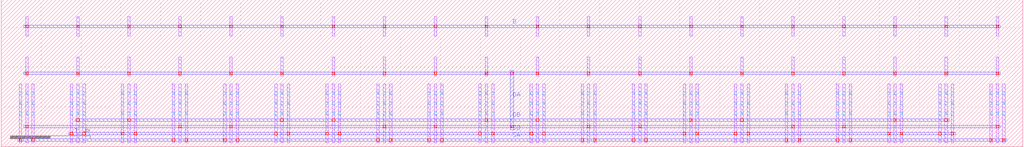
<source format=lef>
MACRO DCL_NMOS_nfin5_n12_X1_Y1_RVT
  ORIGIN 0 0 ;
  FOREIGN DCL_NMOS_nfin5_n12_X1_Y1_RVT 0 0 ;
  SIZE 0.6400 BY 1.8480 ;
  PIN S
    DIRECTION INOUT ;
    USE SIGNAL ;
    PORT
      LAYER M3 ;
        RECT 0.1400 0.0480 0.1800 1.5480 ;
    END
  END S
  PIN D
    DIRECTION INOUT ;
    USE SIGNAL ;
    PORT
      LAYER M3 ;
        RECT 0.2200 0.1320 0.2600 0.9600 ;
    END
  END D
  OBS
    LAYER M1 ;
      RECT 0.3040 0.0480 0.3360 0.7920 ;
    LAYER M1 ;
      RECT 0.3040 0.8880 0.3360 1.1280 ;
    LAYER M1 ;
      RECT 0.3040 1.3920 0.3360 1.6320 ;
    LAYER M1 ;
      RECT 0.2240 0.0480 0.2560 0.7920 ;
    LAYER M1 ;
      RECT 0.3840 0.0480 0.4160 0.7920 ;
    LAYER M2 ;
      RECT 0.1240 1.4960 0.3560 1.5280 ;
    LAYER M2 ;
      RECT 0.1240 0.0680 0.4360 0.1000 ;
    LAYER M2 ;
      RECT 0.1240 0.9080 0.3560 0.9400 ;
    LAYER M2 ;
      RECT 0.1240 0.1520 0.3560 0.1840 ;
    LAYER V1 ;
      RECT 0.3040 0.1520 0.3360 0.1840 ;
    LAYER V1 ;
      RECT 0.3040 0.9080 0.3360 0.9400 ;
    LAYER V1 ;
      RECT 0.3040 1.4960 0.3360 1.5280 ;
    LAYER V1 ;
      RECT 0.2240 0.0680 0.2560 0.1000 ;
    LAYER V1 ;
      RECT 0.3840 0.0680 0.4160 0.1000 ;
    LAYER V2 ;
      RECT 0.1440 0.0680 0.1760 0.1000 ;
    LAYER V2 ;
      RECT 0.1440 1.4960 0.1760 1.5280 ;
    LAYER V2 ;
      RECT 0.2240 0.1520 0.2560 0.1840 ;
    LAYER V2 ;
      RECT 0.2240 0.9080 0.2560 0.9400 ;
    LAYER V0 ;
      RECT 0.3040 0.4040 0.3360 0.4360 ;
    LAYER V0 ;
      RECT 0.3040 0.5300 0.3360 0.5620 ;
    LAYER V0 ;
      RECT 0.3040 0.6560 0.3360 0.6880 ;
    LAYER V0 ;
      RECT 0.3040 0.9080 0.3360 0.9400 ;
    LAYER V0 ;
      RECT 0.3040 1.4960 0.3360 1.5280 ;
    LAYER V0 ;
      RECT 0.2240 0.4040 0.2560 0.4360 ;
    LAYER V0 ;
      RECT 0.2240 0.5300 0.2560 0.5620 ;
    LAYER V0 ;
      RECT 0.2240 0.6560 0.2560 0.6880 ;
    LAYER V0 ;
      RECT 0.3840 0.4040 0.4160 0.4360 ;
    LAYER V0 ;
      RECT 0.3840 0.5300 0.4160 0.5620 ;
    LAYER V0 ;
      RECT 0.3840 0.6560 0.4160 0.6880 ;
  END
END DCL_NMOS_nfin5_n12_X1_Y1_RVT
MACRO Switch_PMOS_B_nfin120_n12_X5_Y2_RVT
  ORIGIN 0 0 ;
  FOREIGN Switch_PMOS_B_nfin120_n12_X5_Y2_RVT 0 0 ;
  SIZE 1.2800 BY 3.0240 ;
  PIN S
    DIRECTION INOUT ;
    USE SIGNAL ;
    PORT
      LAYER M3 ;
        RECT 0.3800 0.0480 0.4200 1.2960 ;
    END
  END S
  PIN D
    DIRECTION INOUT ;
    USE SIGNAL ;
    PORT
      LAYER M3 ;
        RECT 0.4600 0.1320 0.5000 1.3800 ;
    END
  END D
  PIN G
    DIRECTION INOUT ;
    USE SIGNAL ;
    PORT
      LAYER M3 ;
        RECT 0.5400 0.8880 0.5800 2.1360 ;
    END
  END G
  PIN B
    DIRECTION INOUT ;
    USE SIGNAL ;
    PORT
      LAYER M2 ;
        RECT 0.2840 2.6720 0.9960 2.7040 ;
    END
  END B
  OBS
    LAYER M1 ;
      RECT 0.3040 0.0480 0.3360 0.7920 ;
    LAYER M1 ;
      RECT 0.3040 0.8880 0.3360 1.1280 ;
    LAYER M1 ;
      RECT 0.3040 1.2240 0.3360 1.9680 ;
    LAYER M1 ;
      RECT 0.3040 2.0640 0.3360 2.3040 ;
    LAYER M1 ;
      RECT 0.3040 2.5680 0.3360 2.8080 ;
    LAYER M1 ;
      RECT 0.2240 0.0480 0.2560 0.7920 ;
    LAYER M1 ;
      RECT 0.2240 1.2240 0.2560 1.9680 ;
    LAYER M1 ;
      RECT 0.3840 0.0480 0.4160 0.7920 ;
    LAYER M1 ;
      RECT 0.3840 1.2240 0.4160 1.9680 ;
    LAYER M1 ;
      RECT 0.4640 0.0480 0.4960 0.7920 ;
    LAYER M1 ;
      RECT 0.4640 0.8880 0.4960 1.1280 ;
    LAYER M1 ;
      RECT 0.4640 1.2240 0.4960 1.9680 ;
    LAYER M1 ;
      RECT 0.4640 2.0640 0.4960 2.3040 ;
    LAYER M1 ;
      RECT 0.4640 2.5680 0.4960 2.8080 ;
    LAYER M1 ;
      RECT 0.5440 0.0480 0.5760 0.7920 ;
    LAYER M1 ;
      RECT 0.5440 1.2240 0.5760 1.9680 ;
    LAYER M1 ;
      RECT 0.6240 0.0480 0.6560 0.7920 ;
    LAYER M1 ;
      RECT 0.6240 0.8880 0.6560 1.1280 ;
    LAYER M1 ;
      RECT 0.6240 1.2240 0.6560 1.9680 ;
    LAYER M1 ;
      RECT 0.6240 2.0640 0.6560 2.3040 ;
    LAYER M1 ;
      RECT 0.6240 2.5680 0.6560 2.8080 ;
    LAYER M1 ;
      RECT 0.7040 0.0480 0.7360 0.7920 ;
    LAYER M1 ;
      RECT 0.7040 1.2240 0.7360 1.9680 ;
    LAYER M1 ;
      RECT 0.7840 0.0480 0.8160 0.7920 ;
    LAYER M1 ;
      RECT 0.7840 0.8880 0.8160 1.1280 ;
    LAYER M1 ;
      RECT 0.7840 1.2240 0.8160 1.9680 ;
    LAYER M1 ;
      RECT 0.7840 2.0640 0.8160 2.3040 ;
    LAYER M1 ;
      RECT 0.7840 2.5680 0.8160 2.8080 ;
    LAYER M1 ;
      RECT 0.8640 0.0480 0.8960 0.7920 ;
    LAYER M1 ;
      RECT 0.8640 1.2240 0.8960 1.9680 ;
    LAYER M1 ;
      RECT 0.9440 0.0480 0.9760 0.7920 ;
    LAYER M1 ;
      RECT 0.9440 0.8880 0.9760 1.1280 ;
    LAYER M1 ;
      RECT 0.9440 1.2240 0.9760 1.9680 ;
    LAYER M1 ;
      RECT 0.9440 2.0640 0.9760 2.3040 ;
    LAYER M1 ;
      RECT 0.9440 2.5680 0.9760 2.8080 ;
    LAYER M1 ;
      RECT 1.0240 0.0480 1.0560 0.7920 ;
    LAYER M1 ;
      RECT 1.0240 1.2240 1.0560 1.9680 ;
    LAYER M2 ;
      RECT 0.2040 0.0680 1.0760 0.1000 ;
    LAYER M2 ;
      RECT 0.2840 0.1520 0.9960 0.1840 ;
    LAYER M2 ;
      RECT 0.2840 0.9080 0.9960 0.9400 ;
    LAYER M2 ;
      RECT 0.2040 1.2440 1.0760 1.2760 ;
    LAYER M2 ;
      RECT 0.2840 1.3280 0.9960 1.3600 ;
    LAYER M2 ;
      RECT 0.2840 2.0840 0.9960 2.1160 ;
    LAYER V1 ;
      RECT 0.2240 0.0680 0.2560 0.1000 ;
    LAYER V1 ;
      RECT 0.2240 1.2440 0.2560 1.2760 ;
    LAYER V1 ;
      RECT 0.3840 0.0680 0.4160 0.1000 ;
    LAYER V1 ;
      RECT 0.3840 1.2440 0.4160 1.2760 ;
    LAYER V1 ;
      RECT 0.5440 0.0680 0.5760 0.1000 ;
    LAYER V1 ;
      RECT 0.5440 1.2440 0.5760 1.2760 ;
    LAYER V1 ;
      RECT 0.7040 0.0680 0.7360 0.1000 ;
    LAYER V1 ;
      RECT 0.7040 1.2440 0.7360 1.2760 ;
    LAYER V1 ;
      RECT 0.8640 0.0680 0.8960 0.1000 ;
    LAYER V1 ;
      RECT 0.8640 1.2440 0.8960 1.2760 ;
    LAYER V1 ;
      RECT 1.0240 0.0680 1.0560 0.1000 ;
    LAYER V1 ;
      RECT 1.0240 1.2440 1.0560 1.2760 ;
    LAYER V1 ;
      RECT 0.3040 0.1520 0.3360 0.1840 ;
    LAYER V1 ;
      RECT 0.3040 0.9080 0.3360 0.9400 ;
    LAYER V1 ;
      RECT 0.3040 1.3280 0.3360 1.3600 ;
    LAYER V1 ;
      RECT 0.3040 2.0840 0.3360 2.1160 ;
    LAYER V1 ;
      RECT 0.3040 2.6720 0.3360 2.7040 ;
    LAYER V1 ;
      RECT 0.4640 0.1520 0.4960 0.1840 ;
    LAYER V1 ;
      RECT 0.4640 0.9080 0.4960 0.9400 ;
    LAYER V1 ;
      RECT 0.4640 1.3280 0.4960 1.3600 ;
    LAYER V1 ;
      RECT 0.4640 2.0840 0.4960 2.1160 ;
    LAYER V1 ;
      RECT 0.4640 2.6720 0.4960 2.7040 ;
    LAYER V1 ;
      RECT 0.6240 0.1520 0.6560 0.1840 ;
    LAYER V1 ;
      RECT 0.6240 0.9080 0.6560 0.9400 ;
    LAYER V1 ;
      RECT 0.6240 1.3280 0.6560 1.3600 ;
    LAYER V1 ;
      RECT 0.6240 2.0840 0.6560 2.1160 ;
    LAYER V1 ;
      RECT 0.6240 2.6720 0.6560 2.7040 ;
    LAYER V1 ;
      RECT 0.7840 0.1520 0.8160 0.1840 ;
    LAYER V1 ;
      RECT 0.7840 0.9080 0.8160 0.9400 ;
    LAYER V1 ;
      RECT 0.7840 1.3280 0.8160 1.3600 ;
    LAYER V1 ;
      RECT 0.7840 2.0840 0.8160 2.1160 ;
    LAYER V1 ;
      RECT 0.7840 2.6720 0.8160 2.7040 ;
    LAYER V1 ;
      RECT 0.9440 0.1520 0.9760 0.1840 ;
    LAYER V1 ;
      RECT 0.9440 0.9080 0.9760 0.9400 ;
    LAYER V1 ;
      RECT 0.9440 1.3280 0.9760 1.3600 ;
    LAYER V1 ;
      RECT 0.9440 2.0840 0.9760 2.1160 ;
    LAYER V1 ;
      RECT 0.9440 2.6720 0.9760 2.7040 ;
    LAYER V2 ;
      RECT 0.3840 0.0680 0.4160 0.1000 ;
    LAYER V2 ;
      RECT 0.3840 1.2440 0.4160 1.2760 ;
    LAYER V2 ;
      RECT 0.4640 0.1520 0.4960 0.1840 ;
    LAYER V2 ;
      RECT 0.4640 1.3280 0.4960 1.3600 ;
    LAYER V2 ;
      RECT 0.5440 0.9080 0.5760 0.9400 ;
    LAYER V2 ;
      RECT 0.5440 2.0840 0.5760 2.1160 ;
    LAYER V0 ;
      RECT 0.3040 0.4040 0.3360 0.4360 ;
    LAYER V0 ;
      RECT 0.3040 0.5300 0.3360 0.5620 ;
    LAYER V0 ;
      RECT 0.3040 0.6560 0.3360 0.6880 ;
    LAYER V0 ;
      RECT 0.3040 0.9080 0.3360 0.9400 ;
    LAYER V0 ;
      RECT 0.3040 1.5800 0.3360 1.6120 ;
    LAYER V0 ;
      RECT 0.3040 1.7060 0.3360 1.7380 ;
    LAYER V0 ;
      RECT 0.3040 1.8320 0.3360 1.8640 ;
    LAYER V0 ;
      RECT 0.3040 2.0840 0.3360 2.1160 ;
    LAYER V0 ;
      RECT 0.3040 2.6720 0.3360 2.7040 ;
    LAYER V0 ;
      RECT 0.3040 2.6720 0.3360 2.7040 ;
    LAYER V0 ;
      RECT 0.2240 0.4040 0.2560 0.4360 ;
    LAYER V0 ;
      RECT 0.2240 0.5300 0.2560 0.5620 ;
    LAYER V0 ;
      RECT 0.2240 0.6560 0.2560 0.6880 ;
    LAYER V0 ;
      RECT 0.2240 1.5800 0.2560 1.6120 ;
    LAYER V0 ;
      RECT 0.2240 1.7060 0.2560 1.7380 ;
    LAYER V0 ;
      RECT 0.2240 1.8320 0.2560 1.8640 ;
    LAYER V0 ;
      RECT 0.3840 0.4040 0.4160 0.4360 ;
    LAYER V0 ;
      RECT 0.3840 0.4040 0.4160 0.4360 ;
    LAYER V0 ;
      RECT 0.3840 0.5300 0.4160 0.5620 ;
    LAYER V0 ;
      RECT 0.3840 0.5300 0.4160 0.5620 ;
    LAYER V0 ;
      RECT 0.3840 0.6560 0.4160 0.6880 ;
    LAYER V0 ;
      RECT 0.3840 0.6560 0.4160 0.6880 ;
    LAYER V0 ;
      RECT 0.3840 1.5800 0.4160 1.6120 ;
    LAYER V0 ;
      RECT 0.3840 1.5800 0.4160 1.6120 ;
    LAYER V0 ;
      RECT 0.3840 1.7060 0.4160 1.7380 ;
    LAYER V0 ;
      RECT 0.3840 1.7060 0.4160 1.7380 ;
    LAYER V0 ;
      RECT 0.3840 1.8320 0.4160 1.8640 ;
    LAYER V0 ;
      RECT 0.3840 1.8320 0.4160 1.8640 ;
    LAYER V0 ;
      RECT 0.4640 0.4040 0.4960 0.4360 ;
    LAYER V0 ;
      RECT 0.4640 0.5300 0.4960 0.5620 ;
    LAYER V0 ;
      RECT 0.4640 0.6560 0.4960 0.6880 ;
    LAYER V0 ;
      RECT 0.4640 0.9080 0.4960 0.9400 ;
    LAYER V0 ;
      RECT 0.4640 1.5800 0.4960 1.6120 ;
    LAYER V0 ;
      RECT 0.4640 1.7060 0.4960 1.7380 ;
    LAYER V0 ;
      RECT 0.4640 1.8320 0.4960 1.8640 ;
    LAYER V0 ;
      RECT 0.4640 2.0840 0.4960 2.1160 ;
    LAYER V0 ;
      RECT 0.4640 2.6720 0.4960 2.7040 ;
    LAYER V0 ;
      RECT 0.4640 2.6720 0.4960 2.7040 ;
    LAYER V0 ;
      RECT 0.5440 0.4040 0.5760 0.4360 ;
    LAYER V0 ;
      RECT 0.5440 0.4040 0.5760 0.4360 ;
    LAYER V0 ;
      RECT 0.5440 0.5300 0.5760 0.5620 ;
    LAYER V0 ;
      RECT 0.5440 0.5300 0.5760 0.5620 ;
    LAYER V0 ;
      RECT 0.5440 0.6560 0.5760 0.6880 ;
    LAYER V0 ;
      RECT 0.5440 0.6560 0.5760 0.6880 ;
    LAYER V0 ;
      RECT 0.5440 1.5800 0.5760 1.6120 ;
    LAYER V0 ;
      RECT 0.5440 1.5800 0.5760 1.6120 ;
    LAYER V0 ;
      RECT 0.5440 1.7060 0.5760 1.7380 ;
    LAYER V0 ;
      RECT 0.5440 1.7060 0.5760 1.7380 ;
    LAYER V0 ;
      RECT 0.5440 1.8320 0.5760 1.8640 ;
    LAYER V0 ;
      RECT 0.5440 1.8320 0.5760 1.8640 ;
    LAYER V0 ;
      RECT 0.6240 0.4040 0.6560 0.4360 ;
    LAYER V0 ;
      RECT 0.6240 0.5300 0.6560 0.5620 ;
    LAYER V0 ;
      RECT 0.6240 0.6560 0.6560 0.6880 ;
    LAYER V0 ;
      RECT 0.6240 0.9080 0.6560 0.9400 ;
    LAYER V0 ;
      RECT 0.6240 1.5800 0.6560 1.6120 ;
    LAYER V0 ;
      RECT 0.6240 1.7060 0.6560 1.7380 ;
    LAYER V0 ;
      RECT 0.6240 1.8320 0.6560 1.8640 ;
    LAYER V0 ;
      RECT 0.6240 2.0840 0.6560 2.1160 ;
    LAYER V0 ;
      RECT 0.6240 2.6720 0.6560 2.7040 ;
    LAYER V0 ;
      RECT 0.6240 2.6720 0.6560 2.7040 ;
    LAYER V0 ;
      RECT 0.7040 0.4040 0.7360 0.4360 ;
    LAYER V0 ;
      RECT 0.7040 0.4040 0.7360 0.4360 ;
    LAYER V0 ;
      RECT 0.7040 0.5300 0.7360 0.5620 ;
    LAYER V0 ;
      RECT 0.7040 0.5300 0.7360 0.5620 ;
    LAYER V0 ;
      RECT 0.7040 0.6560 0.7360 0.6880 ;
    LAYER V0 ;
      RECT 0.7040 0.6560 0.7360 0.6880 ;
    LAYER V0 ;
      RECT 0.7040 1.5800 0.7360 1.6120 ;
    LAYER V0 ;
      RECT 0.7040 1.5800 0.7360 1.6120 ;
    LAYER V0 ;
      RECT 0.7040 1.7060 0.7360 1.7380 ;
    LAYER V0 ;
      RECT 0.7040 1.7060 0.7360 1.7380 ;
    LAYER V0 ;
      RECT 0.7040 1.8320 0.7360 1.8640 ;
    LAYER V0 ;
      RECT 0.7040 1.8320 0.7360 1.8640 ;
    LAYER V0 ;
      RECT 0.7840 0.4040 0.8160 0.4360 ;
    LAYER V0 ;
      RECT 0.7840 0.5300 0.8160 0.5620 ;
    LAYER V0 ;
      RECT 0.7840 0.6560 0.8160 0.6880 ;
    LAYER V0 ;
      RECT 0.7840 0.9080 0.8160 0.9400 ;
    LAYER V0 ;
      RECT 0.7840 1.5800 0.8160 1.6120 ;
    LAYER V0 ;
      RECT 0.7840 1.7060 0.8160 1.7380 ;
    LAYER V0 ;
      RECT 0.7840 1.8320 0.8160 1.8640 ;
    LAYER V0 ;
      RECT 0.7840 2.0840 0.8160 2.1160 ;
    LAYER V0 ;
      RECT 0.7840 2.6720 0.8160 2.7040 ;
    LAYER V0 ;
      RECT 0.7840 2.6720 0.8160 2.7040 ;
    LAYER V0 ;
      RECT 0.8640 0.4040 0.8960 0.4360 ;
    LAYER V0 ;
      RECT 0.8640 0.4040 0.8960 0.4360 ;
    LAYER V0 ;
      RECT 0.8640 0.5300 0.8960 0.5620 ;
    LAYER V0 ;
      RECT 0.8640 0.5300 0.8960 0.5620 ;
    LAYER V0 ;
      RECT 0.8640 0.6560 0.8960 0.6880 ;
    LAYER V0 ;
      RECT 0.8640 0.6560 0.8960 0.6880 ;
    LAYER V0 ;
      RECT 0.8640 1.5800 0.8960 1.6120 ;
    LAYER V0 ;
      RECT 0.8640 1.5800 0.8960 1.6120 ;
    LAYER V0 ;
      RECT 0.8640 1.7060 0.8960 1.7380 ;
    LAYER V0 ;
      RECT 0.8640 1.7060 0.8960 1.7380 ;
    LAYER V0 ;
      RECT 0.8640 1.8320 0.8960 1.8640 ;
    LAYER V0 ;
      RECT 0.8640 1.8320 0.8960 1.8640 ;
    LAYER V0 ;
      RECT 0.9440 0.4040 0.9760 0.4360 ;
    LAYER V0 ;
      RECT 0.9440 0.5300 0.9760 0.5620 ;
    LAYER V0 ;
      RECT 0.9440 0.6560 0.9760 0.6880 ;
    LAYER V0 ;
      RECT 0.9440 0.9080 0.9760 0.9400 ;
    LAYER V0 ;
      RECT 0.9440 1.5800 0.9760 1.6120 ;
    LAYER V0 ;
      RECT 0.9440 1.7060 0.9760 1.7380 ;
    LAYER V0 ;
      RECT 0.9440 1.8320 0.9760 1.8640 ;
    LAYER V0 ;
      RECT 0.9440 2.0840 0.9760 2.1160 ;
    LAYER V0 ;
      RECT 0.9440 2.6720 0.9760 2.7040 ;
    LAYER V0 ;
      RECT 0.9440 2.6720 0.9760 2.7040 ;
    LAYER V0 ;
      RECT 1.0240 0.4040 1.0560 0.4360 ;
    LAYER V0 ;
      RECT 1.0240 0.5300 1.0560 0.5620 ;
    LAYER V0 ;
      RECT 1.0240 0.6560 1.0560 0.6880 ;
    LAYER V0 ;
      RECT 1.0240 1.5800 1.0560 1.6120 ;
    LAYER V0 ;
      RECT 1.0240 1.7060 1.0560 1.7380 ;
    LAYER V0 ;
      RECT 1.0240 1.8320 1.0560 1.8640 ;
  END
END Switch_PMOS_B_nfin120_n12_X5_Y2_RVT
MACRO Switch_PMOS_nfin10_n12_X1_Y1_RVT
  ORIGIN 0 0 ;
  FOREIGN Switch_PMOS_nfin10_n12_X1_Y1_RVT 0 0 ;
  SIZE 0.6400 BY 1.8480 ;
  PIN S
    DIRECTION INOUT ;
    USE SIGNAL ;
    PORT
      LAYER M3 ;
        RECT 0.0600 0.0480 0.1000 1.5480 ;
    END
  END S
  PIN D
    DIRECTION INOUT ;
    USE SIGNAL ;
    PORT
      LAYER M2 ;
        RECT 0.1240 0.1520 0.3560 0.1840 ;
    END
  END D
  PIN G
    DIRECTION INOUT ;
    USE SIGNAL ;
    PORT
      LAYER M2 ;
        RECT 0.1240 0.9080 0.3560 0.9400 ;
    END
  END G
  OBS
    LAYER M1 ;
      RECT 0.3040 0.0480 0.3360 0.7920 ;
    LAYER M1 ;
      RECT 0.3040 0.8880 0.3360 1.1280 ;
    LAYER M1 ;
      RECT 0.3040 1.3920 0.3360 1.6320 ;
    LAYER M1 ;
      RECT 0.2240 0.0480 0.2560 0.7920 ;
    LAYER M1 ;
      RECT 0.3840 0.0480 0.4160 0.7920 ;
    LAYER M2 ;
      RECT 0.0440 1.4960 0.3560 1.5280 ;
    LAYER M2 ;
      RECT 0.0440 0.0680 0.4360 0.1000 ;
    LAYER V1 ;
      RECT 0.3040 0.1520 0.3360 0.1840 ;
    LAYER V1 ;
      RECT 0.3040 0.9080 0.3360 0.9400 ;
    LAYER V1 ;
      RECT 0.3040 1.4960 0.3360 1.5280 ;
    LAYER V1 ;
      RECT 0.2240 0.0680 0.2560 0.1000 ;
    LAYER V1 ;
      RECT 0.3840 0.0680 0.4160 0.1000 ;
    LAYER V2 ;
      RECT 0.0640 0.0680 0.0960 0.1000 ;
    LAYER V2 ;
      RECT 0.0640 1.4960 0.0960 1.5280 ;
    LAYER V0 ;
      RECT 0.3040 0.4040 0.3360 0.4360 ;
    LAYER V0 ;
      RECT 0.3040 0.5300 0.3360 0.5620 ;
    LAYER V0 ;
      RECT 0.3040 0.6560 0.3360 0.6880 ;
    LAYER V0 ;
      RECT 0.3040 0.9080 0.3360 0.9400 ;
    LAYER V0 ;
      RECT 0.3040 1.4960 0.3360 1.5280 ;
    LAYER V0 ;
      RECT 0.2240 0.4040 0.2560 0.4360 ;
    LAYER V0 ;
      RECT 0.2240 0.5300 0.2560 0.5620 ;
    LAYER V0 ;
      RECT 0.2240 0.6560 0.2560 0.6880 ;
    LAYER V0 ;
      RECT 0.3840 0.4040 0.4160 0.4360 ;
    LAYER V0 ;
      RECT 0.3840 0.5300 0.4160 0.5620 ;
    LAYER V0 ;
      RECT 0.3840 0.6560 0.4160 0.6880 ;
  END
END Switch_PMOS_nfin10_n12_X1_Y1_RVT
MACRO SCM_NMOS_nfin15_n12_X2_Y1_RVT
  ORIGIN 0 0 ;
  FOREIGN SCM_NMOS_nfin15_n12_X2_Y1_RVT 0 0 ;
  SIZE 1.1200 BY 1.8480 ;
  PIN S
    DIRECTION INOUT ;
    USE SIGNAL ;
    PORT
      LAYER M3 ;
        RECT 0.3000 0.0480 0.3400 1.5480 ;
    END
  END S
  PIN DA
    DIRECTION INOUT ;
    USE SIGNAL ;
    PORT
      LAYER M3 ;
        RECT 0.3800 0.1320 0.4200 0.9600 ;
    END
  END DA
  PIN DB
    DIRECTION INOUT ;
    USE SIGNAL ;
    PORT
      LAYER M2 ;
        RECT 0.4440 0.2360 0.6760 0.2680 ;
    END
  END DB
  OBS
    LAYER M1 ;
      RECT 0.3040 0.0480 0.3360 0.7920 ;
    LAYER M1 ;
      RECT 0.3040 0.8880 0.3360 1.1280 ;
    LAYER M1 ;
      RECT 0.3040 1.3920 0.3360 1.6320 ;
    LAYER M1 ;
      RECT 0.2240 0.0480 0.2560 0.7920 ;
    LAYER M1 ;
      RECT 0.3840 0.0480 0.4160 0.7920 ;
    LAYER M1 ;
      RECT 0.4640 0.0480 0.4960 0.7920 ;
    LAYER M1 ;
      RECT 0.4640 0.8880 0.4960 1.1280 ;
    LAYER M1 ;
      RECT 0.4640 1.3920 0.4960 1.6320 ;
    LAYER M1 ;
      RECT 0.5440 0.0480 0.5760 0.7920 ;
    LAYER M1 ;
      RECT 0.6240 0.0480 0.6560 0.7920 ;
    LAYER M1 ;
      RECT 0.6240 0.8880 0.6560 1.1280 ;
    LAYER M1 ;
      RECT 0.6240 1.3920 0.6560 1.6320 ;
    LAYER M1 ;
      RECT 0.7040 0.0480 0.7360 0.7920 ;
    LAYER M1 ;
      RECT 0.7840 0.0480 0.8160 0.7920 ;
    LAYER M1 ;
      RECT 0.7840 0.8880 0.8160 1.1280 ;
    LAYER M1 ;
      RECT 0.7840 1.3920 0.8160 1.6320 ;
    LAYER M1 ;
      RECT 0.8640 0.0480 0.8960 0.7920 ;
    LAYER M2 ;
      RECT 0.2840 1.4960 0.8360 1.5280 ;
    LAYER M2 ;
      RECT 0.2040 0.0680 0.9160 0.1000 ;
    LAYER M2 ;
      RECT 0.2840 0.9080 0.8360 0.9400 ;
    LAYER M2 ;
      RECT 0.2840 0.1520 0.8360 0.1840 ;
    LAYER V1 ;
      RECT 0.6240 0.2360 0.6560 0.2680 ;
    LAYER V1 ;
      RECT 0.6240 0.9080 0.6560 0.9400 ;
    LAYER V1 ;
      RECT 0.6240 1.4960 0.6560 1.5280 ;
    LAYER V1 ;
      RECT 0.7840 0.1520 0.8160 0.1840 ;
    LAYER V1 ;
      RECT 0.7840 0.9080 0.8160 0.9400 ;
    LAYER V1 ;
      RECT 0.7840 1.4960 0.8160 1.5280 ;
    LAYER V1 ;
      RECT 0.3040 0.1520 0.3360 0.1840 ;
    LAYER V1 ;
      RECT 0.3040 0.9080 0.3360 0.9400 ;
    LAYER V1 ;
      RECT 0.3040 1.4960 0.3360 1.5280 ;
    LAYER V1 ;
      RECT 0.4640 0.2360 0.4960 0.2680 ;
    LAYER V1 ;
      RECT 0.4640 0.9080 0.4960 0.9400 ;
    LAYER V1 ;
      RECT 0.4640 1.4960 0.4960 1.5280 ;
    LAYER V1 ;
      RECT 0.2240 0.0680 0.2560 0.1000 ;
    LAYER V1 ;
      RECT 0.3840 0.0680 0.4160 0.1000 ;
    LAYER V1 ;
      RECT 0.5440 0.0680 0.5760 0.1000 ;
    LAYER V1 ;
      RECT 0.7040 0.0680 0.7360 0.1000 ;
    LAYER V1 ;
      RECT 0.8640 0.0680 0.8960 0.1000 ;
    LAYER V2 ;
      RECT 0.3040 0.0680 0.3360 0.1000 ;
    LAYER V2 ;
      RECT 0.3040 1.4960 0.3360 1.5280 ;
    LAYER V2 ;
      RECT 0.3840 0.1520 0.4160 0.1840 ;
    LAYER V2 ;
      RECT 0.3840 0.9080 0.4160 0.9400 ;
    LAYER V0 ;
      RECT 0.3040 0.4040 0.3360 0.4360 ;
    LAYER V0 ;
      RECT 0.3040 0.5300 0.3360 0.5620 ;
    LAYER V0 ;
      RECT 0.3040 0.6560 0.3360 0.6880 ;
    LAYER V0 ;
      RECT 0.3040 0.9080 0.3360 0.9400 ;
    LAYER V0 ;
      RECT 0.3040 1.4960 0.3360 1.5280 ;
    LAYER V0 ;
      RECT 0.2240 0.4040 0.2560 0.4360 ;
    LAYER V0 ;
      RECT 0.2240 0.5300 0.2560 0.5620 ;
    LAYER V0 ;
      RECT 0.2240 0.6560 0.2560 0.6880 ;
    LAYER V0 ;
      RECT 0.3840 0.4040 0.4160 0.4360 ;
    LAYER V0 ;
      RECT 0.3840 0.4040 0.4160 0.4360 ;
    LAYER V0 ;
      RECT 0.3840 0.5300 0.4160 0.5620 ;
    LAYER V0 ;
      RECT 0.3840 0.5300 0.4160 0.5620 ;
    LAYER V0 ;
      RECT 0.3840 0.6560 0.4160 0.6880 ;
    LAYER V0 ;
      RECT 0.3840 0.6560 0.4160 0.6880 ;
    LAYER V0 ;
      RECT 0.4640 0.4040 0.4960 0.4360 ;
    LAYER V0 ;
      RECT 0.4640 0.5300 0.4960 0.5620 ;
    LAYER V0 ;
      RECT 0.4640 0.6560 0.4960 0.6880 ;
    LAYER V0 ;
      RECT 0.4640 0.9080 0.4960 0.9400 ;
    LAYER V0 ;
      RECT 0.4640 1.4960 0.4960 1.5280 ;
    LAYER V0 ;
      RECT 0.5440 0.4040 0.5760 0.4360 ;
    LAYER V0 ;
      RECT 0.5440 0.4040 0.5760 0.4360 ;
    LAYER V0 ;
      RECT 0.5440 0.5300 0.5760 0.5620 ;
    LAYER V0 ;
      RECT 0.5440 0.5300 0.5760 0.5620 ;
    LAYER V0 ;
      RECT 0.5440 0.6560 0.5760 0.6880 ;
    LAYER V0 ;
      RECT 0.5440 0.6560 0.5760 0.6880 ;
    LAYER V0 ;
      RECT 0.6240 0.4040 0.6560 0.4360 ;
    LAYER V0 ;
      RECT 0.6240 0.5300 0.6560 0.5620 ;
    LAYER V0 ;
      RECT 0.6240 0.6560 0.6560 0.6880 ;
    LAYER V0 ;
      RECT 0.6240 0.9080 0.6560 0.9400 ;
    LAYER V0 ;
      RECT 0.6240 1.4960 0.6560 1.5280 ;
    LAYER V0 ;
      RECT 0.7040 0.4040 0.7360 0.4360 ;
    LAYER V0 ;
      RECT 0.7040 0.4040 0.7360 0.4360 ;
    LAYER V0 ;
      RECT 0.7040 0.5300 0.7360 0.5620 ;
    LAYER V0 ;
      RECT 0.7040 0.5300 0.7360 0.5620 ;
    LAYER V0 ;
      RECT 0.7040 0.6560 0.7360 0.6880 ;
    LAYER V0 ;
      RECT 0.7040 0.6560 0.7360 0.6880 ;
    LAYER V0 ;
      RECT 0.7840 0.4040 0.8160 0.4360 ;
    LAYER V0 ;
      RECT 0.7840 0.5300 0.8160 0.5620 ;
    LAYER V0 ;
      RECT 0.7840 0.6560 0.8160 0.6880 ;
    LAYER V0 ;
      RECT 0.7840 0.9080 0.8160 0.9400 ;
    LAYER V0 ;
      RECT 0.7840 1.4960 0.8160 1.5280 ;
    LAYER V0 ;
      RECT 0.8640 0.4040 0.8960 0.4360 ;
    LAYER V0 ;
      RECT 0.8640 0.5300 0.8960 0.5620 ;
    LAYER V0 ;
      RECT 0.8640 0.6560 0.8960 0.6880 ;
  END
END SCM_NMOS_nfin15_n12_X2_Y1_RVT
MACRO Switch_PMOS_nfin5_n12_X1_Y1_RVT
  ORIGIN 0 0 ;
  FOREIGN Switch_PMOS_nfin5_n12_X1_Y1_RVT 0 0 ;
  SIZE 0.6400 BY 1.8480 ;
  PIN S
    DIRECTION INOUT ;
    USE SIGNAL ;
    PORT
      LAYER M3 ;
        RECT 0.0600 0.0480 0.1000 1.5480 ;
    END
  END S
  PIN D
    DIRECTION INOUT ;
    USE SIGNAL ;
    PORT
      LAYER M2 ;
        RECT 0.1240 0.1520 0.3560 0.1840 ;
    END
  END D
  PIN G
    DIRECTION INOUT ;
    USE SIGNAL ;
    PORT
      LAYER M2 ;
        RECT 0.1240 0.9080 0.3560 0.9400 ;
    END
  END G
  OBS
    LAYER M1 ;
      RECT 0.3040 0.0480 0.3360 0.7920 ;
    LAYER M1 ;
      RECT 0.3040 0.8880 0.3360 1.1280 ;
    LAYER M1 ;
      RECT 0.3040 1.3920 0.3360 1.6320 ;
    LAYER M1 ;
      RECT 0.2240 0.0480 0.2560 0.7920 ;
    LAYER M1 ;
      RECT 0.3840 0.0480 0.4160 0.7920 ;
    LAYER M2 ;
      RECT 0.0440 1.4960 0.3560 1.5280 ;
    LAYER M2 ;
      RECT 0.0440 0.0680 0.4360 0.1000 ;
    LAYER V1 ;
      RECT 0.3040 0.1520 0.3360 0.1840 ;
    LAYER V1 ;
      RECT 0.3040 0.9080 0.3360 0.9400 ;
    LAYER V1 ;
      RECT 0.3040 1.4960 0.3360 1.5280 ;
    LAYER V1 ;
      RECT 0.2240 0.0680 0.2560 0.1000 ;
    LAYER V1 ;
      RECT 0.3840 0.0680 0.4160 0.1000 ;
    LAYER V2 ;
      RECT 0.0640 0.0680 0.0960 0.1000 ;
    LAYER V2 ;
      RECT 0.0640 1.4960 0.0960 1.5280 ;
    LAYER V0 ;
      RECT 0.3040 0.4040 0.3360 0.4360 ;
    LAYER V0 ;
      RECT 0.3040 0.5300 0.3360 0.5620 ;
    LAYER V0 ;
      RECT 0.3040 0.6560 0.3360 0.6880 ;
    LAYER V0 ;
      RECT 0.3040 0.9080 0.3360 0.9400 ;
    LAYER V0 ;
      RECT 0.3040 1.4960 0.3360 1.5280 ;
    LAYER V0 ;
      RECT 0.2240 0.4040 0.2560 0.4360 ;
    LAYER V0 ;
      RECT 0.2240 0.5300 0.2560 0.5620 ;
    LAYER V0 ;
      RECT 0.2240 0.6560 0.2560 0.6880 ;
    LAYER V0 ;
      RECT 0.3840 0.4040 0.4160 0.4360 ;
    LAYER V0 ;
      RECT 0.3840 0.5300 0.4160 0.5620 ;
    LAYER V0 ;
      RECT 0.3840 0.6560 0.4160 0.6880 ;
  END
END Switch_PMOS_nfin5_n12_X1_Y1_RVT
MACRO CMC_S_PMOS_B_nfin60_n12_X5_Y1_RVT
  ORIGIN 0 0 ;
  FOREIGN CMC_S_PMOS_B_nfin60_n12_X5_Y1_RVT 0 0 ;
  SIZE 6.4000 BY 1.8480 ;
  PIN SA
    DIRECTION INOUT ;
    USE SIGNAL ;
    PORT
      LAYER M2 ;
        RECT 0.2040 0.0680 5.5560 0.1000 ;
    END
  END SA
  PIN DA
    DIRECTION INOUT ;
    USE SIGNAL ;
    PORT
      LAYER M2 ;
        RECT 0.2840 0.1520 5.4760 0.1840 ;
    END
  END DA
  PIN SB
    DIRECTION INOUT ;
    USE SIGNAL ;
    PORT
      LAYER M2 ;
        RECT 0.8440 0.2360 6.1960 0.2680 ;
    END
  END SB
  PIN DB
    DIRECTION INOUT ;
    USE SIGNAL ;
    PORT
      LAYER M2 ;
        RECT 0.9240 0.3200 6.1160 0.3520 ;
    END
  END DB
  PIN G
    DIRECTION INOUT ;
    USE SIGNAL ;
    PORT
      LAYER M2 ;
        RECT 0.2840 0.9080 6.1160 0.9400 ;
    END
  END G
  PIN B
    DIRECTION INOUT ;
    USE SIGNAL ;
    PORT
      LAYER M2 ;
        RECT 0.2840 1.4960 6.1160 1.5280 ;
    END
  END B
  OBS
    LAYER M1 ;
      RECT 0.3040 0.0480 0.3360 0.7920 ;
    LAYER M1 ;
      RECT 0.3040 0.8880 0.3360 1.1280 ;
    LAYER M1 ;
      RECT 0.3040 1.3920 0.3360 1.6320 ;
    LAYER M1 ;
      RECT 0.2240 0.0480 0.2560 0.7920 ;
    LAYER M1 ;
      RECT 0.3840 0.0480 0.4160 0.7920 ;
    LAYER M1 ;
      RECT 0.9440 0.0480 0.9760 0.7920 ;
    LAYER M1 ;
      RECT 0.9440 0.8880 0.9760 1.1280 ;
    LAYER M1 ;
      RECT 0.9440 1.3920 0.9760 1.6320 ;
    LAYER M1 ;
      RECT 0.8640 0.0480 0.8960 0.7920 ;
    LAYER M1 ;
      RECT 1.0240 0.0480 1.0560 0.7920 ;
    LAYER M1 ;
      RECT 1.5840 0.0480 1.6160 0.7920 ;
    LAYER M1 ;
      RECT 1.5840 0.8880 1.6160 1.1280 ;
    LAYER M1 ;
      RECT 1.5840 1.3920 1.6160 1.6320 ;
    LAYER M1 ;
      RECT 1.5040 0.0480 1.5360 0.7920 ;
    LAYER M1 ;
      RECT 1.6640 0.0480 1.6960 0.7920 ;
    LAYER M1 ;
      RECT 2.2240 0.0480 2.2560 0.7920 ;
    LAYER M1 ;
      RECT 2.2240 0.8880 2.2560 1.1280 ;
    LAYER M1 ;
      RECT 2.2240 1.3920 2.2560 1.6320 ;
    LAYER M1 ;
      RECT 2.1440 0.0480 2.1760 0.7920 ;
    LAYER M1 ;
      RECT 2.3040 0.0480 2.3360 0.7920 ;
    LAYER M1 ;
      RECT 2.8640 0.0480 2.8960 0.7920 ;
    LAYER M1 ;
      RECT 2.8640 0.8880 2.8960 1.1280 ;
    LAYER M1 ;
      RECT 2.8640 1.3920 2.8960 1.6320 ;
    LAYER M1 ;
      RECT 2.7840 0.0480 2.8160 0.7920 ;
    LAYER M1 ;
      RECT 2.9440 0.0480 2.9760 0.7920 ;
    LAYER M1 ;
      RECT 3.5040 0.0480 3.5360 0.7920 ;
    LAYER M1 ;
      RECT 3.5040 0.8880 3.5360 1.1280 ;
    LAYER M1 ;
      RECT 3.5040 1.3920 3.5360 1.6320 ;
    LAYER M1 ;
      RECT 3.4240 0.0480 3.4560 0.7920 ;
    LAYER M1 ;
      RECT 3.5840 0.0480 3.6160 0.7920 ;
    LAYER M1 ;
      RECT 4.1440 0.0480 4.1760 0.7920 ;
    LAYER M1 ;
      RECT 4.1440 0.8880 4.1760 1.1280 ;
    LAYER M1 ;
      RECT 4.1440 1.3920 4.1760 1.6320 ;
    LAYER M1 ;
      RECT 4.0640 0.0480 4.0960 0.7920 ;
    LAYER M1 ;
      RECT 4.2240 0.0480 4.2560 0.7920 ;
    LAYER M1 ;
      RECT 4.7840 0.0480 4.8160 0.7920 ;
    LAYER M1 ;
      RECT 4.7840 0.8880 4.8160 1.1280 ;
    LAYER M1 ;
      RECT 4.7840 1.3920 4.8160 1.6320 ;
    LAYER M1 ;
      RECT 4.7040 0.0480 4.7360 0.7920 ;
    LAYER M1 ;
      RECT 4.8640 0.0480 4.8960 0.7920 ;
    LAYER M1 ;
      RECT 5.4240 0.0480 5.4560 0.7920 ;
    LAYER M1 ;
      RECT 5.4240 0.8880 5.4560 1.1280 ;
    LAYER M1 ;
      RECT 5.4240 1.3920 5.4560 1.6320 ;
    LAYER M1 ;
      RECT 5.3440 0.0480 5.3760 0.7920 ;
    LAYER M1 ;
      RECT 5.5040 0.0480 5.5360 0.7920 ;
    LAYER M1 ;
      RECT 6.0640 0.0480 6.0960 0.7920 ;
    LAYER M1 ;
      RECT 6.0640 0.8880 6.0960 1.1280 ;
    LAYER M1 ;
      RECT 6.0640 1.3920 6.0960 1.6320 ;
    LAYER M1 ;
      RECT 5.9840 0.0480 6.0160 0.7920 ;
    LAYER M1 ;
      RECT 6.1440 0.0480 6.1760 0.7920 ;
    LAYER V1 ;
      RECT 5.3440 0.0680 5.3760 0.1000 ;
    LAYER V1 ;
      RECT 2.7840 0.0680 2.8160 0.1000 ;
    LAYER V1 ;
      RECT 2.9440 0.0680 2.9760 0.1000 ;
    LAYER V1 ;
      RECT 0.3840 0.0680 0.4160 0.1000 ;
    LAYER V1 ;
      RECT 5.5040 0.0680 5.5360 0.1000 ;
    LAYER V1 ;
      RECT 0.2240 0.0680 0.2560 0.1000 ;
    LAYER V1 ;
      RECT 4.0640 0.0680 4.0960 0.1000 ;
    LAYER V1 ;
      RECT 1.5040 0.0680 1.5360 0.1000 ;
    LAYER V1 ;
      RECT 4.2240 0.0680 4.2560 0.1000 ;
    LAYER V1 ;
      RECT 1.6640 0.0680 1.6960 0.1000 ;
    LAYER V1 ;
      RECT 0.3040 0.1520 0.3360 0.1840 ;
    LAYER V1 ;
      RECT 0.3040 0.9080 0.3360 0.9400 ;
    LAYER V1 ;
      RECT 0.3040 1.4960 0.3360 1.5280 ;
    LAYER V1 ;
      RECT 2.8640 0.1520 2.8960 0.1840 ;
    LAYER V1 ;
      RECT 2.8640 0.9080 2.8960 0.9400 ;
    LAYER V1 ;
      RECT 2.8640 1.4960 2.8960 1.5280 ;
    LAYER V1 ;
      RECT 5.4240 0.1520 5.4560 0.1840 ;
    LAYER V1 ;
      RECT 5.4240 0.9080 5.4560 0.9400 ;
    LAYER V1 ;
      RECT 5.4240 1.4960 5.4560 1.5280 ;
    LAYER V1 ;
      RECT 1.5840 0.1520 1.6160 0.1840 ;
    LAYER V1 ;
      RECT 1.5840 0.9080 1.6160 0.9400 ;
    LAYER V1 ;
      RECT 1.5840 1.4960 1.6160 1.5280 ;
    LAYER V1 ;
      RECT 4.1440 0.1520 4.1760 0.1840 ;
    LAYER V1 ;
      RECT 4.1440 0.9080 4.1760 0.9400 ;
    LAYER V1 ;
      RECT 4.1440 1.4960 4.1760 1.5280 ;
    LAYER V1 ;
      RECT 4.7040 0.2360 4.7360 0.2680 ;
    LAYER V1 ;
      RECT 5.9840 0.2360 6.0160 0.2680 ;
    LAYER V1 ;
      RECT 3.4240 0.2360 3.4560 0.2680 ;
    LAYER V1 ;
      RECT 6.1440 0.2360 6.1760 0.2680 ;
    LAYER V1 ;
      RECT 0.8640 0.2360 0.8960 0.2680 ;
    LAYER V1 ;
      RECT 3.5840 0.2360 3.6160 0.2680 ;
    LAYER V1 ;
      RECT 1.0240 0.2360 1.0560 0.2680 ;
    LAYER V1 ;
      RECT 2.3040 0.2360 2.3360 0.2680 ;
    LAYER V1 ;
      RECT 2.1440 0.2360 2.1760 0.2680 ;
    LAYER V1 ;
      RECT 4.8640 0.2360 4.8960 0.2680 ;
    LAYER V1 ;
      RECT 0.9440 0.3200 0.9760 0.3520 ;
    LAYER V1 ;
      RECT 0.9440 0.9080 0.9760 0.9400 ;
    LAYER V1 ;
      RECT 0.9440 1.4960 0.9760 1.5280 ;
    LAYER V1 ;
      RECT 3.5040 0.3200 3.5360 0.3520 ;
    LAYER V1 ;
      RECT 3.5040 0.9080 3.5360 0.9400 ;
    LAYER V1 ;
      RECT 3.5040 1.4960 3.5360 1.5280 ;
    LAYER V1 ;
      RECT 4.7840 0.3200 4.8160 0.3520 ;
    LAYER V1 ;
      RECT 4.7840 0.9080 4.8160 0.9400 ;
    LAYER V1 ;
      RECT 4.7840 1.4960 4.8160 1.5280 ;
    LAYER V1 ;
      RECT 6.0640 0.3200 6.0960 0.3520 ;
    LAYER V1 ;
      RECT 6.0640 0.9080 6.0960 0.9400 ;
    LAYER V1 ;
      RECT 6.0640 1.4960 6.0960 1.5280 ;
    LAYER V1 ;
      RECT 2.2240 0.3200 2.2560 0.3520 ;
    LAYER V1 ;
      RECT 2.2240 0.9080 2.2560 0.9400 ;
    LAYER V1 ;
      RECT 2.2240 1.4960 2.2560 1.5280 ;
    LAYER V0 ;
      RECT 0.3040 0.4040 0.3360 0.4360 ;
    LAYER V0 ;
      RECT 0.3040 0.5300 0.3360 0.5620 ;
    LAYER V0 ;
      RECT 0.3040 0.6560 0.3360 0.6880 ;
    LAYER V0 ;
      RECT 0.3040 0.9080 0.3360 0.9400 ;
    LAYER V0 ;
      RECT 0.3040 1.4960 0.3360 1.5280 ;
    LAYER V0 ;
      RECT 0.2240 0.4040 0.2560 0.4360 ;
    LAYER V0 ;
      RECT 0.2240 0.5300 0.2560 0.5620 ;
    LAYER V0 ;
      RECT 0.2240 0.6560 0.2560 0.6880 ;
    LAYER V0 ;
      RECT 0.3840 0.4040 0.4160 0.4360 ;
    LAYER V0 ;
      RECT 0.3840 0.5300 0.4160 0.5620 ;
    LAYER V0 ;
      RECT 0.3840 0.6560 0.4160 0.6880 ;
    LAYER V0 ;
      RECT 0.9440 0.4040 0.9760 0.4360 ;
    LAYER V0 ;
      RECT 0.9440 0.5300 0.9760 0.5620 ;
    LAYER V0 ;
      RECT 0.9440 0.6560 0.9760 0.6880 ;
    LAYER V0 ;
      RECT 0.9440 0.9080 0.9760 0.9400 ;
    LAYER V0 ;
      RECT 0.9440 1.4960 0.9760 1.5280 ;
    LAYER V0 ;
      RECT 0.8640 0.4040 0.8960 0.4360 ;
    LAYER V0 ;
      RECT 0.8640 0.5300 0.8960 0.5620 ;
    LAYER V0 ;
      RECT 0.8640 0.6560 0.8960 0.6880 ;
    LAYER V0 ;
      RECT 1.0240 0.4040 1.0560 0.4360 ;
    LAYER V0 ;
      RECT 1.0240 0.5300 1.0560 0.5620 ;
    LAYER V0 ;
      RECT 1.0240 0.6560 1.0560 0.6880 ;
    LAYER V0 ;
      RECT 1.5840 0.4040 1.6160 0.4360 ;
    LAYER V0 ;
      RECT 1.5840 0.5300 1.6160 0.5620 ;
    LAYER V0 ;
      RECT 1.5840 0.6560 1.6160 0.6880 ;
    LAYER V0 ;
      RECT 1.5840 0.9080 1.6160 0.9400 ;
    LAYER V0 ;
      RECT 1.5840 1.4960 1.6160 1.5280 ;
    LAYER V0 ;
      RECT 1.5040 0.4040 1.5360 0.4360 ;
    LAYER V0 ;
      RECT 1.5040 0.5300 1.5360 0.5620 ;
    LAYER V0 ;
      RECT 1.5040 0.6560 1.5360 0.6880 ;
    LAYER V0 ;
      RECT 1.6640 0.4040 1.6960 0.4360 ;
    LAYER V0 ;
      RECT 1.6640 0.5300 1.6960 0.5620 ;
    LAYER V0 ;
      RECT 1.6640 0.6560 1.6960 0.6880 ;
    LAYER V0 ;
      RECT 2.2240 0.4040 2.2560 0.4360 ;
    LAYER V0 ;
      RECT 2.2240 0.5300 2.2560 0.5620 ;
    LAYER V0 ;
      RECT 2.2240 0.6560 2.2560 0.6880 ;
    LAYER V0 ;
      RECT 2.2240 0.9080 2.2560 0.9400 ;
    LAYER V0 ;
      RECT 2.2240 1.4960 2.2560 1.5280 ;
    LAYER V0 ;
      RECT 2.1440 0.4040 2.1760 0.4360 ;
    LAYER V0 ;
      RECT 2.1440 0.5300 2.1760 0.5620 ;
    LAYER V0 ;
      RECT 2.1440 0.6560 2.1760 0.6880 ;
    LAYER V0 ;
      RECT 2.3040 0.4040 2.3360 0.4360 ;
    LAYER V0 ;
      RECT 2.3040 0.5300 2.3360 0.5620 ;
    LAYER V0 ;
      RECT 2.3040 0.6560 2.3360 0.6880 ;
    LAYER V0 ;
      RECT 2.8640 0.4040 2.8960 0.4360 ;
    LAYER V0 ;
      RECT 2.8640 0.5300 2.8960 0.5620 ;
    LAYER V0 ;
      RECT 2.8640 0.6560 2.8960 0.6880 ;
    LAYER V0 ;
      RECT 2.8640 0.9080 2.8960 0.9400 ;
    LAYER V0 ;
      RECT 2.8640 1.4960 2.8960 1.5280 ;
    LAYER V0 ;
      RECT 2.7840 0.4040 2.8160 0.4360 ;
    LAYER V0 ;
      RECT 2.7840 0.5300 2.8160 0.5620 ;
    LAYER V0 ;
      RECT 2.7840 0.6560 2.8160 0.6880 ;
    LAYER V0 ;
      RECT 2.9440 0.4040 2.9760 0.4360 ;
    LAYER V0 ;
      RECT 2.9440 0.5300 2.9760 0.5620 ;
    LAYER V0 ;
      RECT 2.9440 0.6560 2.9760 0.6880 ;
    LAYER V0 ;
      RECT 3.5040 0.4040 3.5360 0.4360 ;
    LAYER V0 ;
      RECT 3.5040 0.5300 3.5360 0.5620 ;
    LAYER V0 ;
      RECT 3.5040 0.6560 3.5360 0.6880 ;
    LAYER V0 ;
      RECT 3.5040 0.9080 3.5360 0.9400 ;
    LAYER V0 ;
      RECT 3.5040 1.4960 3.5360 1.5280 ;
    LAYER V0 ;
      RECT 3.4240 0.4040 3.4560 0.4360 ;
    LAYER V0 ;
      RECT 3.4240 0.5300 3.4560 0.5620 ;
    LAYER V0 ;
      RECT 3.4240 0.6560 3.4560 0.6880 ;
    LAYER V0 ;
      RECT 3.5840 0.4040 3.6160 0.4360 ;
    LAYER V0 ;
      RECT 3.5840 0.5300 3.6160 0.5620 ;
    LAYER V0 ;
      RECT 3.5840 0.6560 3.6160 0.6880 ;
    LAYER V0 ;
      RECT 4.1440 0.4040 4.1760 0.4360 ;
    LAYER V0 ;
      RECT 4.1440 0.5300 4.1760 0.5620 ;
    LAYER V0 ;
      RECT 4.1440 0.6560 4.1760 0.6880 ;
    LAYER V0 ;
      RECT 4.1440 0.9080 4.1760 0.9400 ;
    LAYER V0 ;
      RECT 4.1440 1.4960 4.1760 1.5280 ;
    LAYER V0 ;
      RECT 4.0640 0.4040 4.0960 0.4360 ;
    LAYER V0 ;
      RECT 4.0640 0.5300 4.0960 0.5620 ;
    LAYER V0 ;
      RECT 4.0640 0.6560 4.0960 0.6880 ;
    LAYER V0 ;
      RECT 4.2240 0.4040 4.2560 0.4360 ;
    LAYER V0 ;
      RECT 4.2240 0.5300 4.2560 0.5620 ;
    LAYER V0 ;
      RECT 4.2240 0.6560 4.2560 0.6880 ;
    LAYER V0 ;
      RECT 4.7840 0.4040 4.8160 0.4360 ;
    LAYER V0 ;
      RECT 4.7840 0.5300 4.8160 0.5620 ;
    LAYER V0 ;
      RECT 4.7840 0.6560 4.8160 0.6880 ;
    LAYER V0 ;
      RECT 4.7840 0.9080 4.8160 0.9400 ;
    LAYER V0 ;
      RECT 4.7840 1.4960 4.8160 1.5280 ;
    LAYER V0 ;
      RECT 4.7040 0.4040 4.7360 0.4360 ;
    LAYER V0 ;
      RECT 4.7040 0.5300 4.7360 0.5620 ;
    LAYER V0 ;
      RECT 4.7040 0.6560 4.7360 0.6880 ;
    LAYER V0 ;
      RECT 4.8640 0.4040 4.8960 0.4360 ;
    LAYER V0 ;
      RECT 4.8640 0.5300 4.8960 0.5620 ;
    LAYER V0 ;
      RECT 4.8640 0.6560 4.8960 0.6880 ;
    LAYER V0 ;
      RECT 5.4240 0.4040 5.4560 0.4360 ;
    LAYER V0 ;
      RECT 5.4240 0.5300 5.4560 0.5620 ;
    LAYER V0 ;
      RECT 5.4240 0.6560 5.4560 0.6880 ;
    LAYER V0 ;
      RECT 5.4240 0.9080 5.4560 0.9400 ;
    LAYER V0 ;
      RECT 5.4240 1.4960 5.4560 1.5280 ;
    LAYER V0 ;
      RECT 5.3440 0.4040 5.3760 0.4360 ;
    LAYER V0 ;
      RECT 5.3440 0.5300 5.3760 0.5620 ;
    LAYER V0 ;
      RECT 5.3440 0.6560 5.3760 0.6880 ;
    LAYER V0 ;
      RECT 5.5040 0.4040 5.5360 0.4360 ;
    LAYER V0 ;
      RECT 5.5040 0.5300 5.5360 0.5620 ;
    LAYER V0 ;
      RECT 5.5040 0.6560 5.5360 0.6880 ;
    LAYER V0 ;
      RECT 6.0640 0.4040 6.0960 0.4360 ;
    LAYER V0 ;
      RECT 6.0640 0.5300 6.0960 0.5620 ;
    LAYER V0 ;
      RECT 6.0640 0.6560 6.0960 0.6880 ;
    LAYER V0 ;
      RECT 6.0640 0.9080 6.0960 0.9400 ;
    LAYER V0 ;
      RECT 6.0640 1.4960 6.0960 1.5280 ;
    LAYER V0 ;
      RECT 5.9840 0.4040 6.0160 0.4360 ;
    LAYER V0 ;
      RECT 5.9840 0.5300 6.0160 0.5620 ;
    LAYER V0 ;
      RECT 5.9840 0.6560 6.0160 0.6880 ;
    LAYER V0 ;
      RECT 6.1440 0.4040 6.1760 0.4360 ;
    LAYER V0 ;
      RECT 6.1440 0.5300 6.1760 0.5620 ;
    LAYER V0 ;
      RECT 6.1440 0.6560 6.1760 0.6880 ;
  END
END CMC_S_PMOS_B_nfin60_n12_X5_Y1_RVT
MACRO LS_S_PMOS_B_nfin120_n12_X10_Y1_RVT
  ORIGIN 0 0 ;
  FOREIGN LS_S_PMOS_B_nfin120_n12_X10_Y1_RVT 0 0 ;
  SIZE 12.8000 BY 1.8480 ;
  PIN SA
    DIRECTION INOUT ;
    USE SIGNAL ;
    PORT
      LAYER M2 ;
        RECT 0.2040 0.0680 12.5960 0.1000 ;
    END
  END SA
  PIN SB
    DIRECTION INOUT ;
    USE SIGNAL ;
    PORT
      LAYER M2 ;
        RECT 0.8440 0.1520 11.9560 0.1840 ;
    END
  END SB
  PIN DA
    DIRECTION INOUT ;
    USE SIGNAL ;
    PORT
      LAYER M3 ;
        RECT 6.3800 0.2160 6.4200 0.9600 ;
    END
  END DA
  PIN DB
    DIRECTION INOUT ;
    USE SIGNAL ;
    PORT
      LAYER M2 ;
        RECT 0.9240 0.3200 11.8760 0.3520 ;
    END
  END DB
  PIN B
    DIRECTION INOUT ;
    USE SIGNAL ;
    PORT
      LAYER M2 ;
        RECT 0.2840 1.4960 12.5160 1.5280 ;
    END
  END B
  OBS
    LAYER M1 ;
      RECT 0.3040 0.0480 0.3360 0.7920 ;
    LAYER M1 ;
      RECT 0.3040 0.8880 0.3360 1.1280 ;
    LAYER M1 ;
      RECT 0.3040 1.3920 0.3360 1.6320 ;
    LAYER M1 ;
      RECT 0.2240 0.0480 0.2560 0.7920 ;
    LAYER M1 ;
      RECT 0.3840 0.0480 0.4160 0.7920 ;
    LAYER M1 ;
      RECT 0.9440 0.0480 0.9760 0.7920 ;
    LAYER M1 ;
      RECT 0.9440 0.8880 0.9760 1.1280 ;
    LAYER M1 ;
      RECT 0.9440 1.3920 0.9760 1.6320 ;
    LAYER M1 ;
      RECT 0.8640 0.0480 0.8960 0.7920 ;
    LAYER M1 ;
      RECT 1.0240 0.0480 1.0560 0.7920 ;
    LAYER M1 ;
      RECT 1.5840 0.0480 1.6160 0.7920 ;
    LAYER M1 ;
      RECT 1.5840 0.8880 1.6160 1.1280 ;
    LAYER M1 ;
      RECT 1.5840 1.3920 1.6160 1.6320 ;
    LAYER M1 ;
      RECT 1.5040 0.0480 1.5360 0.7920 ;
    LAYER M1 ;
      RECT 1.6640 0.0480 1.6960 0.7920 ;
    LAYER M1 ;
      RECT 2.2240 0.0480 2.2560 0.7920 ;
    LAYER M1 ;
      RECT 2.2240 0.8880 2.2560 1.1280 ;
    LAYER M1 ;
      RECT 2.2240 1.3920 2.2560 1.6320 ;
    LAYER M1 ;
      RECT 2.1440 0.0480 2.1760 0.7920 ;
    LAYER M1 ;
      RECT 2.3040 0.0480 2.3360 0.7920 ;
    LAYER M1 ;
      RECT 2.8640 0.0480 2.8960 0.7920 ;
    LAYER M1 ;
      RECT 2.8640 0.8880 2.8960 1.1280 ;
    LAYER M1 ;
      RECT 2.8640 1.3920 2.8960 1.6320 ;
    LAYER M1 ;
      RECT 2.7840 0.0480 2.8160 0.7920 ;
    LAYER M1 ;
      RECT 2.9440 0.0480 2.9760 0.7920 ;
    LAYER M1 ;
      RECT 3.5040 0.0480 3.5360 0.7920 ;
    LAYER M1 ;
      RECT 3.5040 0.8880 3.5360 1.1280 ;
    LAYER M1 ;
      RECT 3.5040 1.3920 3.5360 1.6320 ;
    LAYER M1 ;
      RECT 3.4240 0.0480 3.4560 0.7920 ;
    LAYER M1 ;
      RECT 3.5840 0.0480 3.6160 0.7920 ;
    LAYER M1 ;
      RECT 4.1440 0.0480 4.1760 0.7920 ;
    LAYER M1 ;
      RECT 4.1440 0.8880 4.1760 1.1280 ;
    LAYER M1 ;
      RECT 4.1440 1.3920 4.1760 1.6320 ;
    LAYER M1 ;
      RECT 4.0640 0.0480 4.0960 0.7920 ;
    LAYER M1 ;
      RECT 4.2240 0.0480 4.2560 0.7920 ;
    LAYER M1 ;
      RECT 4.7840 0.0480 4.8160 0.7920 ;
    LAYER M1 ;
      RECT 4.7840 0.8880 4.8160 1.1280 ;
    LAYER M1 ;
      RECT 4.7840 1.3920 4.8160 1.6320 ;
    LAYER M1 ;
      RECT 4.7040 0.0480 4.7360 0.7920 ;
    LAYER M1 ;
      RECT 4.8640 0.0480 4.8960 0.7920 ;
    LAYER M1 ;
      RECT 5.4240 0.0480 5.4560 0.7920 ;
    LAYER M1 ;
      RECT 5.4240 0.8880 5.4560 1.1280 ;
    LAYER M1 ;
      RECT 5.4240 1.3920 5.4560 1.6320 ;
    LAYER M1 ;
      RECT 5.3440 0.0480 5.3760 0.7920 ;
    LAYER M1 ;
      RECT 5.5040 0.0480 5.5360 0.7920 ;
    LAYER M1 ;
      RECT 6.0640 0.0480 6.0960 0.7920 ;
    LAYER M1 ;
      RECT 6.0640 0.8880 6.0960 1.1280 ;
    LAYER M1 ;
      RECT 6.0640 1.3920 6.0960 1.6320 ;
    LAYER M1 ;
      RECT 5.9840 0.0480 6.0160 0.7920 ;
    LAYER M1 ;
      RECT 6.1440 0.0480 6.1760 0.7920 ;
    LAYER M1 ;
      RECT 6.7040 0.0480 6.7360 0.7920 ;
    LAYER M1 ;
      RECT 6.7040 0.8880 6.7360 1.1280 ;
    LAYER M1 ;
      RECT 6.7040 1.3920 6.7360 1.6320 ;
    LAYER M1 ;
      RECT 6.6240 0.0480 6.6560 0.7920 ;
    LAYER M1 ;
      RECT 6.7840 0.0480 6.8160 0.7920 ;
    LAYER M1 ;
      RECT 7.3440 0.0480 7.3760 0.7920 ;
    LAYER M1 ;
      RECT 7.3440 0.8880 7.3760 1.1280 ;
    LAYER M1 ;
      RECT 7.3440 1.3920 7.3760 1.6320 ;
    LAYER M1 ;
      RECT 7.2640 0.0480 7.2960 0.7920 ;
    LAYER M1 ;
      RECT 7.4240 0.0480 7.4560 0.7920 ;
    LAYER M1 ;
      RECT 7.9840 0.0480 8.0160 0.7920 ;
    LAYER M1 ;
      RECT 7.9840 0.8880 8.0160 1.1280 ;
    LAYER M1 ;
      RECT 7.9840 1.3920 8.0160 1.6320 ;
    LAYER M1 ;
      RECT 7.9040 0.0480 7.9360 0.7920 ;
    LAYER M1 ;
      RECT 8.0640 0.0480 8.0960 0.7920 ;
    LAYER M1 ;
      RECT 8.6240 0.0480 8.6560 0.7920 ;
    LAYER M1 ;
      RECT 8.6240 0.8880 8.6560 1.1280 ;
    LAYER M1 ;
      RECT 8.6240 1.3920 8.6560 1.6320 ;
    LAYER M1 ;
      RECT 8.5440 0.0480 8.5760 0.7920 ;
    LAYER M1 ;
      RECT 8.7040 0.0480 8.7360 0.7920 ;
    LAYER M1 ;
      RECT 9.2640 0.0480 9.2960 0.7920 ;
    LAYER M1 ;
      RECT 9.2640 0.8880 9.2960 1.1280 ;
    LAYER M1 ;
      RECT 9.2640 1.3920 9.2960 1.6320 ;
    LAYER M1 ;
      RECT 9.1840 0.0480 9.2160 0.7920 ;
    LAYER M1 ;
      RECT 9.3440 0.0480 9.3760 0.7920 ;
    LAYER M1 ;
      RECT 9.9040 0.0480 9.9360 0.7920 ;
    LAYER M1 ;
      RECT 9.9040 0.8880 9.9360 1.1280 ;
    LAYER M1 ;
      RECT 9.9040 1.3920 9.9360 1.6320 ;
    LAYER M1 ;
      RECT 9.8240 0.0480 9.8560 0.7920 ;
    LAYER M1 ;
      RECT 9.9840 0.0480 10.0160 0.7920 ;
    LAYER M1 ;
      RECT 10.5440 0.0480 10.5760 0.7920 ;
    LAYER M1 ;
      RECT 10.5440 0.8880 10.5760 1.1280 ;
    LAYER M1 ;
      RECT 10.5440 1.3920 10.5760 1.6320 ;
    LAYER M1 ;
      RECT 10.4640 0.0480 10.4960 0.7920 ;
    LAYER M1 ;
      RECT 10.6240 0.0480 10.6560 0.7920 ;
    LAYER M1 ;
      RECT 11.1840 0.0480 11.2160 0.7920 ;
    LAYER M1 ;
      RECT 11.1840 0.8880 11.2160 1.1280 ;
    LAYER M1 ;
      RECT 11.1840 1.3920 11.2160 1.6320 ;
    LAYER M1 ;
      RECT 11.1040 0.0480 11.1360 0.7920 ;
    LAYER M1 ;
      RECT 11.2640 0.0480 11.2960 0.7920 ;
    LAYER M1 ;
      RECT 11.8240 0.0480 11.8560 0.7920 ;
    LAYER M1 ;
      RECT 11.8240 0.8880 11.8560 1.1280 ;
    LAYER M1 ;
      RECT 11.8240 1.3920 11.8560 1.6320 ;
    LAYER M1 ;
      RECT 11.7440 0.0480 11.7760 0.7920 ;
    LAYER M1 ;
      RECT 11.9040 0.0480 11.9360 0.7920 ;
    LAYER M1 ;
      RECT 12.4640 0.0480 12.4960 0.7920 ;
    LAYER M1 ;
      RECT 12.4640 0.8880 12.4960 1.1280 ;
    LAYER M1 ;
      RECT 12.4640 1.3920 12.4960 1.6320 ;
    LAYER M1 ;
      RECT 12.3840 0.0480 12.4160 0.7920 ;
    LAYER M1 ;
      RECT 12.5440 0.0480 12.5760 0.7920 ;
    LAYER M2 ;
      RECT 0.2840 0.9080 12.5160 0.9400 ;
    LAYER M2 ;
      RECT 0.2840 0.2360 12.5160 0.2680 ;
    LAYER V1 ;
      RECT 0.2240 0.0680 0.2560 0.1000 ;
    LAYER V1 ;
      RECT 10.4640 0.0680 10.4960 0.1000 ;
    LAYER V1 ;
      RECT 0.3840 0.0680 0.4160 0.1000 ;
    LAYER V1 ;
      RECT 10.6240 0.0680 10.6560 0.1000 ;
    LAYER V1 ;
      RECT 2.1440 0.0680 2.1760 0.1000 ;
    LAYER V1 ;
      RECT 12.3840 0.0680 12.4160 0.1000 ;
    LAYER V1 ;
      RECT 2.3040 0.0680 2.3360 0.1000 ;
    LAYER V1 ;
      RECT 12.5440 0.0680 12.5760 0.1000 ;
    LAYER V1 ;
      RECT 2.7840 0.0680 2.8160 0.1000 ;
    LAYER V1 ;
      RECT 2.9440 0.0680 2.9760 0.1000 ;
    LAYER V1 ;
      RECT 4.7040 0.0680 4.7360 0.1000 ;
    LAYER V1 ;
      RECT 4.8640 0.0680 4.8960 0.1000 ;
    LAYER V1 ;
      RECT 5.3440 0.0680 5.3760 0.1000 ;
    LAYER V1 ;
      RECT 5.5040 0.0680 5.5360 0.1000 ;
    LAYER V1 ;
      RECT 7.2640 0.0680 7.2960 0.1000 ;
    LAYER V1 ;
      RECT 7.4240 0.0680 7.4560 0.1000 ;
    LAYER V1 ;
      RECT 7.9040 0.0680 7.9360 0.1000 ;
    LAYER V1 ;
      RECT 8.0640 0.0680 8.0960 0.1000 ;
    LAYER V1 ;
      RECT 9.8240 0.0680 9.8560 0.1000 ;
    LAYER V1 ;
      RECT 9.9840 0.0680 10.0160 0.1000 ;
    LAYER V1 ;
      RECT 11.1040 0.1520 11.1360 0.1840 ;
    LAYER V1 ;
      RECT 0.8640 0.1520 0.8960 0.1840 ;
    LAYER V1 ;
      RECT 11.2640 0.1520 11.2960 0.1840 ;
    LAYER V1 ;
      RECT 1.0240 0.1520 1.0560 0.1840 ;
    LAYER V1 ;
      RECT 11.7440 0.1520 11.7760 0.1840 ;
    LAYER V1 ;
      RECT 1.5040 0.1520 1.5360 0.1840 ;
    LAYER V1 ;
      RECT 11.9040 0.1520 11.9360 0.1840 ;
    LAYER V1 ;
      RECT 1.6640 0.1520 1.6960 0.1840 ;
    LAYER V1 ;
      RECT 3.4240 0.1520 3.4560 0.1840 ;
    LAYER V1 ;
      RECT 3.5840 0.1520 3.6160 0.1840 ;
    LAYER V1 ;
      RECT 4.0640 0.1520 4.0960 0.1840 ;
    LAYER V1 ;
      RECT 4.2240 0.1520 4.2560 0.1840 ;
    LAYER V1 ;
      RECT 5.9840 0.1520 6.0160 0.1840 ;
    LAYER V1 ;
      RECT 6.1440 0.1520 6.1760 0.1840 ;
    LAYER V1 ;
      RECT 6.6240 0.1520 6.6560 0.1840 ;
    LAYER V1 ;
      RECT 6.7840 0.1520 6.8160 0.1840 ;
    LAYER V1 ;
      RECT 8.5440 0.1520 8.5760 0.1840 ;
    LAYER V1 ;
      RECT 8.7040 0.1520 8.7360 0.1840 ;
    LAYER V1 ;
      RECT 9.1840 0.1520 9.2160 0.1840 ;
    LAYER V1 ;
      RECT 9.3440 0.1520 9.3760 0.1840 ;
    LAYER V1 ;
      RECT 10.5440 0.2360 10.5760 0.2680 ;
    LAYER V1 ;
      RECT 10.5440 0.9080 10.5760 0.9400 ;
    LAYER V1 ;
      RECT 10.5440 1.4960 10.5760 1.5280 ;
    LAYER V1 ;
      RECT 0.3040 0.2360 0.3360 0.2680 ;
    LAYER V1 ;
      RECT 0.3040 0.9080 0.3360 0.9400 ;
    LAYER V1 ;
      RECT 0.3040 1.4960 0.3360 1.5280 ;
    LAYER V1 ;
      RECT 11.1840 0.3200 11.2160 0.3520 ;
    LAYER V1 ;
      RECT 11.1840 0.9080 11.2160 0.9400 ;
    LAYER V1 ;
      RECT 11.1840 1.4960 11.2160 1.5280 ;
    LAYER V1 ;
      RECT 0.9440 0.3200 0.9760 0.3520 ;
    LAYER V1 ;
      RECT 0.9440 0.9080 0.9760 0.9400 ;
    LAYER V1 ;
      RECT 0.9440 1.4960 0.9760 1.5280 ;
    LAYER V1 ;
      RECT 11.8240 0.3200 11.8560 0.3520 ;
    LAYER V1 ;
      RECT 11.8240 0.9080 11.8560 0.9400 ;
    LAYER V1 ;
      RECT 11.8240 1.4960 11.8560 1.5280 ;
    LAYER V1 ;
      RECT 1.5840 0.3200 1.6160 0.3520 ;
    LAYER V1 ;
      RECT 1.5840 0.9080 1.6160 0.9400 ;
    LAYER V1 ;
      RECT 1.5840 1.4960 1.6160 1.5280 ;
    LAYER V1 ;
      RECT 2.2240 0.2360 2.2560 0.2680 ;
    LAYER V1 ;
      RECT 2.2240 0.9080 2.2560 0.9400 ;
    LAYER V1 ;
      RECT 2.2240 1.4960 2.2560 1.5280 ;
    LAYER V1 ;
      RECT 12.4640 0.2360 12.4960 0.2680 ;
    LAYER V1 ;
      RECT 12.4640 0.9080 12.4960 0.9400 ;
    LAYER V1 ;
      RECT 12.4640 1.4960 12.4960 1.5280 ;
    LAYER V1 ;
      RECT 2.8640 0.2360 2.8960 0.2680 ;
    LAYER V1 ;
      RECT 2.8640 0.9080 2.8960 0.9400 ;
    LAYER V1 ;
      RECT 2.8640 1.4960 2.8960 1.5280 ;
    LAYER V1 ;
      RECT 3.5040 0.3200 3.5360 0.3520 ;
    LAYER V1 ;
      RECT 3.5040 0.9080 3.5360 0.9400 ;
    LAYER V1 ;
      RECT 3.5040 1.4960 3.5360 1.5280 ;
    LAYER V1 ;
      RECT 4.1440 0.3200 4.1760 0.3520 ;
    LAYER V1 ;
      RECT 4.1440 0.9080 4.1760 0.9400 ;
    LAYER V1 ;
      RECT 4.1440 1.4960 4.1760 1.5280 ;
    LAYER V1 ;
      RECT 4.7840 0.2360 4.8160 0.2680 ;
    LAYER V1 ;
      RECT 4.7840 0.9080 4.8160 0.9400 ;
    LAYER V1 ;
      RECT 4.7840 1.4960 4.8160 1.5280 ;
    LAYER V1 ;
      RECT 5.4240 0.2360 5.4560 0.2680 ;
    LAYER V1 ;
      RECT 5.4240 0.9080 5.4560 0.9400 ;
    LAYER V1 ;
      RECT 5.4240 1.4960 5.4560 1.5280 ;
    LAYER V1 ;
      RECT 6.0640 0.3200 6.0960 0.3520 ;
    LAYER V1 ;
      RECT 6.0640 0.9080 6.0960 0.9400 ;
    LAYER V1 ;
      RECT 6.0640 1.4960 6.0960 1.5280 ;
    LAYER V1 ;
      RECT 6.7040 0.3200 6.7360 0.3520 ;
    LAYER V1 ;
      RECT 6.7040 0.9080 6.7360 0.9400 ;
    LAYER V1 ;
      RECT 6.7040 1.4960 6.7360 1.5280 ;
    LAYER V1 ;
      RECT 7.3440 0.2360 7.3760 0.2680 ;
    LAYER V1 ;
      RECT 7.3440 0.9080 7.3760 0.9400 ;
    LAYER V1 ;
      RECT 7.3440 1.4960 7.3760 1.5280 ;
    LAYER V1 ;
      RECT 7.9840 0.2360 8.0160 0.2680 ;
    LAYER V1 ;
      RECT 7.9840 0.9080 8.0160 0.9400 ;
    LAYER V1 ;
      RECT 7.9840 1.4960 8.0160 1.5280 ;
    LAYER V1 ;
      RECT 8.6240 0.3200 8.6560 0.3520 ;
    LAYER V1 ;
      RECT 8.6240 0.9080 8.6560 0.9400 ;
    LAYER V1 ;
      RECT 8.6240 1.4960 8.6560 1.5280 ;
    LAYER V1 ;
      RECT 9.2640 0.3200 9.2960 0.3520 ;
    LAYER V1 ;
      RECT 9.2640 0.9080 9.2960 0.9400 ;
    LAYER V1 ;
      RECT 9.2640 1.4960 9.2960 1.5280 ;
    LAYER V1 ;
      RECT 9.9040 0.2360 9.9360 0.2680 ;
    LAYER V1 ;
      RECT 9.9040 0.9080 9.9360 0.9400 ;
    LAYER V1 ;
      RECT 9.9040 1.4960 9.9360 1.5280 ;
    LAYER V2 ;
      RECT 6.3840 0.2360 6.4160 0.2680 ;
    LAYER V2 ;
      RECT 6.3840 0.9080 6.4160 0.9400 ;
    LAYER V0 ;
      RECT 0.3040 0.4040 0.3360 0.4360 ;
    LAYER V0 ;
      RECT 0.3040 0.5300 0.3360 0.5620 ;
    LAYER V0 ;
      RECT 0.3040 0.6560 0.3360 0.6880 ;
    LAYER V0 ;
      RECT 0.3040 0.9080 0.3360 0.9400 ;
    LAYER V0 ;
      RECT 0.3040 1.4960 0.3360 1.5280 ;
    LAYER V0 ;
      RECT 0.2240 0.4040 0.2560 0.4360 ;
    LAYER V0 ;
      RECT 0.2240 0.5300 0.2560 0.5620 ;
    LAYER V0 ;
      RECT 0.2240 0.6560 0.2560 0.6880 ;
    LAYER V0 ;
      RECT 0.3840 0.4040 0.4160 0.4360 ;
    LAYER V0 ;
      RECT 0.3840 0.5300 0.4160 0.5620 ;
    LAYER V0 ;
      RECT 0.3840 0.6560 0.4160 0.6880 ;
    LAYER V0 ;
      RECT 0.9440 0.4040 0.9760 0.4360 ;
    LAYER V0 ;
      RECT 0.9440 0.5300 0.9760 0.5620 ;
    LAYER V0 ;
      RECT 0.9440 0.6560 0.9760 0.6880 ;
    LAYER V0 ;
      RECT 0.9440 0.9080 0.9760 0.9400 ;
    LAYER V0 ;
      RECT 0.9440 1.4960 0.9760 1.5280 ;
    LAYER V0 ;
      RECT 0.8640 0.4040 0.8960 0.4360 ;
    LAYER V0 ;
      RECT 0.8640 0.5300 0.8960 0.5620 ;
    LAYER V0 ;
      RECT 0.8640 0.6560 0.8960 0.6880 ;
    LAYER V0 ;
      RECT 1.0240 0.4040 1.0560 0.4360 ;
    LAYER V0 ;
      RECT 1.0240 0.5300 1.0560 0.5620 ;
    LAYER V0 ;
      RECT 1.0240 0.6560 1.0560 0.6880 ;
    LAYER V0 ;
      RECT 1.5840 0.4040 1.6160 0.4360 ;
    LAYER V0 ;
      RECT 1.5840 0.5300 1.6160 0.5620 ;
    LAYER V0 ;
      RECT 1.5840 0.6560 1.6160 0.6880 ;
    LAYER V0 ;
      RECT 1.5840 0.9080 1.6160 0.9400 ;
    LAYER V0 ;
      RECT 1.5840 1.4960 1.6160 1.5280 ;
    LAYER V0 ;
      RECT 1.5040 0.4040 1.5360 0.4360 ;
    LAYER V0 ;
      RECT 1.5040 0.5300 1.5360 0.5620 ;
    LAYER V0 ;
      RECT 1.5040 0.6560 1.5360 0.6880 ;
    LAYER V0 ;
      RECT 1.6640 0.4040 1.6960 0.4360 ;
    LAYER V0 ;
      RECT 1.6640 0.5300 1.6960 0.5620 ;
    LAYER V0 ;
      RECT 1.6640 0.6560 1.6960 0.6880 ;
    LAYER V0 ;
      RECT 2.2240 0.4040 2.2560 0.4360 ;
    LAYER V0 ;
      RECT 2.2240 0.5300 2.2560 0.5620 ;
    LAYER V0 ;
      RECT 2.2240 0.6560 2.2560 0.6880 ;
    LAYER V0 ;
      RECT 2.2240 0.9080 2.2560 0.9400 ;
    LAYER V0 ;
      RECT 2.2240 1.4960 2.2560 1.5280 ;
    LAYER V0 ;
      RECT 2.1440 0.4040 2.1760 0.4360 ;
    LAYER V0 ;
      RECT 2.1440 0.5300 2.1760 0.5620 ;
    LAYER V0 ;
      RECT 2.1440 0.6560 2.1760 0.6880 ;
    LAYER V0 ;
      RECT 2.3040 0.4040 2.3360 0.4360 ;
    LAYER V0 ;
      RECT 2.3040 0.5300 2.3360 0.5620 ;
    LAYER V0 ;
      RECT 2.3040 0.6560 2.3360 0.6880 ;
    LAYER V0 ;
      RECT 2.8640 0.4040 2.8960 0.4360 ;
    LAYER V0 ;
      RECT 2.8640 0.5300 2.8960 0.5620 ;
    LAYER V0 ;
      RECT 2.8640 0.6560 2.8960 0.6880 ;
    LAYER V0 ;
      RECT 2.8640 0.9080 2.8960 0.9400 ;
    LAYER V0 ;
      RECT 2.8640 1.4960 2.8960 1.5280 ;
    LAYER V0 ;
      RECT 2.7840 0.4040 2.8160 0.4360 ;
    LAYER V0 ;
      RECT 2.7840 0.5300 2.8160 0.5620 ;
    LAYER V0 ;
      RECT 2.7840 0.6560 2.8160 0.6880 ;
    LAYER V0 ;
      RECT 2.9440 0.4040 2.9760 0.4360 ;
    LAYER V0 ;
      RECT 2.9440 0.5300 2.9760 0.5620 ;
    LAYER V0 ;
      RECT 2.9440 0.6560 2.9760 0.6880 ;
    LAYER V0 ;
      RECT 3.5040 0.4040 3.5360 0.4360 ;
    LAYER V0 ;
      RECT 3.5040 0.5300 3.5360 0.5620 ;
    LAYER V0 ;
      RECT 3.5040 0.6560 3.5360 0.6880 ;
    LAYER V0 ;
      RECT 3.5040 0.9080 3.5360 0.9400 ;
    LAYER V0 ;
      RECT 3.5040 1.4960 3.5360 1.5280 ;
    LAYER V0 ;
      RECT 3.4240 0.4040 3.4560 0.4360 ;
    LAYER V0 ;
      RECT 3.4240 0.5300 3.4560 0.5620 ;
    LAYER V0 ;
      RECT 3.4240 0.6560 3.4560 0.6880 ;
    LAYER V0 ;
      RECT 3.5840 0.4040 3.6160 0.4360 ;
    LAYER V0 ;
      RECT 3.5840 0.5300 3.6160 0.5620 ;
    LAYER V0 ;
      RECT 3.5840 0.6560 3.6160 0.6880 ;
    LAYER V0 ;
      RECT 4.1440 0.4040 4.1760 0.4360 ;
    LAYER V0 ;
      RECT 4.1440 0.5300 4.1760 0.5620 ;
    LAYER V0 ;
      RECT 4.1440 0.6560 4.1760 0.6880 ;
    LAYER V0 ;
      RECT 4.1440 0.9080 4.1760 0.9400 ;
    LAYER V0 ;
      RECT 4.1440 1.4960 4.1760 1.5280 ;
    LAYER V0 ;
      RECT 4.0640 0.4040 4.0960 0.4360 ;
    LAYER V0 ;
      RECT 4.0640 0.5300 4.0960 0.5620 ;
    LAYER V0 ;
      RECT 4.0640 0.6560 4.0960 0.6880 ;
    LAYER V0 ;
      RECT 4.2240 0.4040 4.2560 0.4360 ;
    LAYER V0 ;
      RECT 4.2240 0.5300 4.2560 0.5620 ;
    LAYER V0 ;
      RECT 4.2240 0.6560 4.2560 0.6880 ;
    LAYER V0 ;
      RECT 4.7840 0.4040 4.8160 0.4360 ;
    LAYER V0 ;
      RECT 4.7840 0.5300 4.8160 0.5620 ;
    LAYER V0 ;
      RECT 4.7840 0.6560 4.8160 0.6880 ;
    LAYER V0 ;
      RECT 4.7840 0.9080 4.8160 0.9400 ;
    LAYER V0 ;
      RECT 4.7840 1.4960 4.8160 1.5280 ;
    LAYER V0 ;
      RECT 4.7040 0.4040 4.7360 0.4360 ;
    LAYER V0 ;
      RECT 4.7040 0.5300 4.7360 0.5620 ;
    LAYER V0 ;
      RECT 4.7040 0.6560 4.7360 0.6880 ;
    LAYER V0 ;
      RECT 4.8640 0.4040 4.8960 0.4360 ;
    LAYER V0 ;
      RECT 4.8640 0.5300 4.8960 0.5620 ;
    LAYER V0 ;
      RECT 4.8640 0.6560 4.8960 0.6880 ;
    LAYER V0 ;
      RECT 5.4240 0.4040 5.4560 0.4360 ;
    LAYER V0 ;
      RECT 5.4240 0.5300 5.4560 0.5620 ;
    LAYER V0 ;
      RECT 5.4240 0.6560 5.4560 0.6880 ;
    LAYER V0 ;
      RECT 5.4240 0.9080 5.4560 0.9400 ;
    LAYER V0 ;
      RECT 5.4240 1.4960 5.4560 1.5280 ;
    LAYER V0 ;
      RECT 5.3440 0.4040 5.3760 0.4360 ;
    LAYER V0 ;
      RECT 5.3440 0.5300 5.3760 0.5620 ;
    LAYER V0 ;
      RECT 5.3440 0.6560 5.3760 0.6880 ;
    LAYER V0 ;
      RECT 5.5040 0.4040 5.5360 0.4360 ;
    LAYER V0 ;
      RECT 5.5040 0.5300 5.5360 0.5620 ;
    LAYER V0 ;
      RECT 5.5040 0.6560 5.5360 0.6880 ;
    LAYER V0 ;
      RECT 6.0640 0.4040 6.0960 0.4360 ;
    LAYER V0 ;
      RECT 6.0640 0.5300 6.0960 0.5620 ;
    LAYER V0 ;
      RECT 6.0640 0.6560 6.0960 0.6880 ;
    LAYER V0 ;
      RECT 6.0640 0.9080 6.0960 0.9400 ;
    LAYER V0 ;
      RECT 6.0640 1.4960 6.0960 1.5280 ;
    LAYER V0 ;
      RECT 5.9840 0.4040 6.0160 0.4360 ;
    LAYER V0 ;
      RECT 5.9840 0.5300 6.0160 0.5620 ;
    LAYER V0 ;
      RECT 5.9840 0.6560 6.0160 0.6880 ;
    LAYER V0 ;
      RECT 6.1440 0.4040 6.1760 0.4360 ;
    LAYER V0 ;
      RECT 6.1440 0.5300 6.1760 0.5620 ;
    LAYER V0 ;
      RECT 6.1440 0.6560 6.1760 0.6880 ;
    LAYER V0 ;
      RECT 6.7040 0.4040 6.7360 0.4360 ;
    LAYER V0 ;
      RECT 6.7040 0.5300 6.7360 0.5620 ;
    LAYER V0 ;
      RECT 6.7040 0.6560 6.7360 0.6880 ;
    LAYER V0 ;
      RECT 6.7040 0.9080 6.7360 0.9400 ;
    LAYER V0 ;
      RECT 6.7040 1.4960 6.7360 1.5280 ;
    LAYER V0 ;
      RECT 6.6240 0.4040 6.6560 0.4360 ;
    LAYER V0 ;
      RECT 6.6240 0.5300 6.6560 0.5620 ;
    LAYER V0 ;
      RECT 6.6240 0.6560 6.6560 0.6880 ;
    LAYER V0 ;
      RECT 6.7840 0.4040 6.8160 0.4360 ;
    LAYER V0 ;
      RECT 6.7840 0.5300 6.8160 0.5620 ;
    LAYER V0 ;
      RECT 6.7840 0.6560 6.8160 0.6880 ;
    LAYER V0 ;
      RECT 7.3440 0.4040 7.3760 0.4360 ;
    LAYER V0 ;
      RECT 7.3440 0.5300 7.3760 0.5620 ;
    LAYER V0 ;
      RECT 7.3440 0.6560 7.3760 0.6880 ;
    LAYER V0 ;
      RECT 7.3440 0.9080 7.3760 0.9400 ;
    LAYER V0 ;
      RECT 7.3440 1.4960 7.3760 1.5280 ;
    LAYER V0 ;
      RECT 7.2640 0.4040 7.2960 0.4360 ;
    LAYER V0 ;
      RECT 7.2640 0.5300 7.2960 0.5620 ;
    LAYER V0 ;
      RECT 7.2640 0.6560 7.2960 0.6880 ;
    LAYER V0 ;
      RECT 7.4240 0.4040 7.4560 0.4360 ;
    LAYER V0 ;
      RECT 7.4240 0.5300 7.4560 0.5620 ;
    LAYER V0 ;
      RECT 7.4240 0.6560 7.4560 0.6880 ;
    LAYER V0 ;
      RECT 7.9840 0.4040 8.0160 0.4360 ;
    LAYER V0 ;
      RECT 7.9840 0.5300 8.0160 0.5620 ;
    LAYER V0 ;
      RECT 7.9840 0.6560 8.0160 0.6880 ;
    LAYER V0 ;
      RECT 7.9840 0.9080 8.0160 0.9400 ;
    LAYER V0 ;
      RECT 7.9840 1.4960 8.0160 1.5280 ;
    LAYER V0 ;
      RECT 7.9040 0.4040 7.9360 0.4360 ;
    LAYER V0 ;
      RECT 7.9040 0.5300 7.9360 0.5620 ;
    LAYER V0 ;
      RECT 7.9040 0.6560 7.9360 0.6880 ;
    LAYER V0 ;
      RECT 8.0640 0.4040 8.0960 0.4360 ;
    LAYER V0 ;
      RECT 8.0640 0.5300 8.0960 0.5620 ;
    LAYER V0 ;
      RECT 8.0640 0.6560 8.0960 0.6880 ;
    LAYER V0 ;
      RECT 8.6240 0.4040 8.6560 0.4360 ;
    LAYER V0 ;
      RECT 8.6240 0.5300 8.6560 0.5620 ;
    LAYER V0 ;
      RECT 8.6240 0.6560 8.6560 0.6880 ;
    LAYER V0 ;
      RECT 8.6240 0.9080 8.6560 0.9400 ;
    LAYER V0 ;
      RECT 8.6240 1.4960 8.6560 1.5280 ;
    LAYER V0 ;
      RECT 8.5440 0.4040 8.5760 0.4360 ;
    LAYER V0 ;
      RECT 8.5440 0.5300 8.5760 0.5620 ;
    LAYER V0 ;
      RECT 8.5440 0.6560 8.5760 0.6880 ;
    LAYER V0 ;
      RECT 8.7040 0.4040 8.7360 0.4360 ;
    LAYER V0 ;
      RECT 8.7040 0.5300 8.7360 0.5620 ;
    LAYER V0 ;
      RECT 8.7040 0.6560 8.7360 0.6880 ;
    LAYER V0 ;
      RECT 9.2640 0.4040 9.2960 0.4360 ;
    LAYER V0 ;
      RECT 9.2640 0.5300 9.2960 0.5620 ;
    LAYER V0 ;
      RECT 9.2640 0.6560 9.2960 0.6880 ;
    LAYER V0 ;
      RECT 9.2640 0.9080 9.2960 0.9400 ;
    LAYER V0 ;
      RECT 9.2640 1.4960 9.2960 1.5280 ;
    LAYER V0 ;
      RECT 9.1840 0.4040 9.2160 0.4360 ;
    LAYER V0 ;
      RECT 9.1840 0.5300 9.2160 0.5620 ;
    LAYER V0 ;
      RECT 9.1840 0.6560 9.2160 0.6880 ;
    LAYER V0 ;
      RECT 9.3440 0.4040 9.3760 0.4360 ;
    LAYER V0 ;
      RECT 9.3440 0.5300 9.3760 0.5620 ;
    LAYER V0 ;
      RECT 9.3440 0.6560 9.3760 0.6880 ;
    LAYER V0 ;
      RECT 9.9040 0.4040 9.9360 0.4360 ;
    LAYER V0 ;
      RECT 9.9040 0.5300 9.9360 0.5620 ;
    LAYER V0 ;
      RECT 9.9040 0.6560 9.9360 0.6880 ;
    LAYER V0 ;
      RECT 9.9040 0.9080 9.9360 0.9400 ;
    LAYER V0 ;
      RECT 9.9040 1.4960 9.9360 1.5280 ;
    LAYER V0 ;
      RECT 9.8240 0.4040 9.8560 0.4360 ;
    LAYER V0 ;
      RECT 9.8240 0.5300 9.8560 0.5620 ;
    LAYER V0 ;
      RECT 9.8240 0.6560 9.8560 0.6880 ;
    LAYER V0 ;
      RECT 9.9840 0.4040 10.0160 0.4360 ;
    LAYER V0 ;
      RECT 9.9840 0.5300 10.0160 0.5620 ;
    LAYER V0 ;
      RECT 9.9840 0.6560 10.0160 0.6880 ;
    LAYER V0 ;
      RECT 10.5440 0.4040 10.5760 0.4360 ;
    LAYER V0 ;
      RECT 10.5440 0.5300 10.5760 0.5620 ;
    LAYER V0 ;
      RECT 10.5440 0.6560 10.5760 0.6880 ;
    LAYER V0 ;
      RECT 10.5440 0.9080 10.5760 0.9400 ;
    LAYER V0 ;
      RECT 10.5440 1.4960 10.5760 1.5280 ;
    LAYER V0 ;
      RECT 10.4640 0.4040 10.4960 0.4360 ;
    LAYER V0 ;
      RECT 10.4640 0.5300 10.4960 0.5620 ;
    LAYER V0 ;
      RECT 10.4640 0.6560 10.4960 0.6880 ;
    LAYER V0 ;
      RECT 10.6240 0.4040 10.6560 0.4360 ;
    LAYER V0 ;
      RECT 10.6240 0.5300 10.6560 0.5620 ;
    LAYER V0 ;
      RECT 10.6240 0.6560 10.6560 0.6880 ;
    LAYER V0 ;
      RECT 11.1840 0.4040 11.2160 0.4360 ;
    LAYER V0 ;
      RECT 11.1840 0.5300 11.2160 0.5620 ;
    LAYER V0 ;
      RECT 11.1840 0.6560 11.2160 0.6880 ;
    LAYER V0 ;
      RECT 11.1840 0.9080 11.2160 0.9400 ;
    LAYER V0 ;
      RECT 11.1840 1.4960 11.2160 1.5280 ;
    LAYER V0 ;
      RECT 11.1040 0.4040 11.1360 0.4360 ;
    LAYER V0 ;
      RECT 11.1040 0.5300 11.1360 0.5620 ;
    LAYER V0 ;
      RECT 11.1040 0.6560 11.1360 0.6880 ;
    LAYER V0 ;
      RECT 11.2640 0.4040 11.2960 0.4360 ;
    LAYER V0 ;
      RECT 11.2640 0.5300 11.2960 0.5620 ;
    LAYER V0 ;
      RECT 11.2640 0.6560 11.2960 0.6880 ;
    LAYER V0 ;
      RECT 11.8240 0.4040 11.8560 0.4360 ;
    LAYER V0 ;
      RECT 11.8240 0.5300 11.8560 0.5620 ;
    LAYER V0 ;
      RECT 11.8240 0.6560 11.8560 0.6880 ;
    LAYER V0 ;
      RECT 11.8240 0.9080 11.8560 0.9400 ;
    LAYER V0 ;
      RECT 11.8240 1.4960 11.8560 1.5280 ;
    LAYER V0 ;
      RECT 11.7440 0.4040 11.7760 0.4360 ;
    LAYER V0 ;
      RECT 11.7440 0.5300 11.7760 0.5620 ;
    LAYER V0 ;
      RECT 11.7440 0.6560 11.7760 0.6880 ;
    LAYER V0 ;
      RECT 11.9040 0.4040 11.9360 0.4360 ;
    LAYER V0 ;
      RECT 11.9040 0.5300 11.9360 0.5620 ;
    LAYER V0 ;
      RECT 11.9040 0.6560 11.9360 0.6880 ;
    LAYER V0 ;
      RECT 12.4640 0.4040 12.4960 0.4360 ;
    LAYER V0 ;
      RECT 12.4640 0.5300 12.4960 0.5620 ;
    LAYER V0 ;
      RECT 12.4640 0.6560 12.4960 0.6880 ;
    LAYER V0 ;
      RECT 12.4640 0.9080 12.4960 0.9400 ;
    LAYER V0 ;
      RECT 12.4640 1.4960 12.4960 1.5280 ;
    LAYER V0 ;
      RECT 12.3840 0.4040 12.4160 0.4360 ;
    LAYER V0 ;
      RECT 12.3840 0.5300 12.4160 0.5620 ;
    LAYER V0 ;
      RECT 12.3840 0.6560 12.4160 0.6880 ;
    LAYER V0 ;
      RECT 12.5440 0.4040 12.5760 0.4360 ;
    LAYER V0 ;
      RECT 12.5440 0.5300 12.5760 0.5620 ;
    LAYER V0 ;
      RECT 12.5440 0.6560 12.5760 0.6880 ;
  END
END LS_S_PMOS_B_nfin120_n12_X10_Y1_RVT
MACRO DCL_PMOS_nfin5_n12_X1_Y1_RVT
  ORIGIN 0 0 ;
  FOREIGN DCL_PMOS_nfin5_n12_X1_Y1_RVT 0 0 ;
  SIZE 0.6400 BY 1.8480 ;
  PIN S
    DIRECTION INOUT ;
    USE SIGNAL ;
    PORT
      LAYER M3 ;
        RECT 0.1400 0.0480 0.1800 1.5480 ;
    END
  END S
  PIN D
    DIRECTION INOUT ;
    USE SIGNAL ;
    PORT
      LAYER M3 ;
        RECT 0.2200 0.1320 0.2600 0.9600 ;
    END
  END D
  OBS
    LAYER M1 ;
      RECT 0.3040 0.0480 0.3360 0.7920 ;
    LAYER M1 ;
      RECT 0.3040 0.8880 0.3360 1.1280 ;
    LAYER M1 ;
      RECT 0.3040 1.3920 0.3360 1.6320 ;
    LAYER M1 ;
      RECT 0.2240 0.0480 0.2560 0.7920 ;
    LAYER M1 ;
      RECT 0.3840 0.0480 0.4160 0.7920 ;
    LAYER M2 ;
      RECT 0.1240 1.4960 0.3560 1.5280 ;
    LAYER M2 ;
      RECT 0.1240 0.0680 0.4360 0.1000 ;
    LAYER M2 ;
      RECT 0.1240 0.9080 0.3560 0.9400 ;
    LAYER M2 ;
      RECT 0.1240 0.1520 0.3560 0.1840 ;
    LAYER V1 ;
      RECT 0.3040 0.1520 0.3360 0.1840 ;
    LAYER V1 ;
      RECT 0.3040 0.9080 0.3360 0.9400 ;
    LAYER V1 ;
      RECT 0.3040 1.4960 0.3360 1.5280 ;
    LAYER V1 ;
      RECT 0.2240 0.0680 0.2560 0.1000 ;
    LAYER V1 ;
      RECT 0.3840 0.0680 0.4160 0.1000 ;
    LAYER V2 ;
      RECT 0.1440 0.0680 0.1760 0.1000 ;
    LAYER V2 ;
      RECT 0.1440 1.4960 0.1760 1.5280 ;
    LAYER V2 ;
      RECT 0.2240 0.1520 0.2560 0.1840 ;
    LAYER V2 ;
      RECT 0.2240 0.9080 0.2560 0.9400 ;
    LAYER V0 ;
      RECT 0.3040 0.4040 0.3360 0.4360 ;
    LAYER V0 ;
      RECT 0.3040 0.5300 0.3360 0.5620 ;
    LAYER V0 ;
      RECT 0.3040 0.6560 0.3360 0.6880 ;
    LAYER V0 ;
      RECT 0.3040 0.9080 0.3360 0.9400 ;
    LAYER V0 ;
      RECT 0.3040 1.4960 0.3360 1.5280 ;
    LAYER V0 ;
      RECT 0.2240 0.4040 0.2560 0.4360 ;
    LAYER V0 ;
      RECT 0.2240 0.5300 0.2560 0.5620 ;
    LAYER V0 ;
      RECT 0.2240 0.6560 0.2560 0.6880 ;
    LAYER V0 ;
      RECT 0.3840 0.4040 0.4160 0.4360 ;
    LAYER V0 ;
      RECT 0.3840 0.5300 0.4160 0.5620 ;
    LAYER V0 ;
      RECT 0.3840 0.6560 0.4160 0.6880 ;
  END
END DCL_PMOS_nfin5_n12_X1_Y1_RVT
MACRO LS_S_NMOS_B_nfin24_n12_X2_Y1_RVT
  ORIGIN 0 0 ;
  FOREIGN LS_S_NMOS_B_nfin24_n12_X2_Y1_RVT 0 0 ;
  SIZE 2.5600 BY 1.8480 ;
  PIN SA
    DIRECTION INOUT ;
    USE SIGNAL ;
    PORT
      LAYER M2 ;
        RECT 0.2040 0.0680 2.3560 0.1000 ;
    END
  END SA
  PIN SB
    DIRECTION INOUT ;
    USE SIGNAL ;
    PORT
      LAYER M2 ;
        RECT 0.8440 0.1520 1.7160 0.1840 ;
    END
  END SB
  PIN DA
    DIRECTION INOUT ;
    USE SIGNAL ;
    PORT
      LAYER M3 ;
        RECT 1.2600 0.2160 1.3000 0.9600 ;
    END
  END DA
  PIN DB
    DIRECTION INOUT ;
    USE SIGNAL ;
    PORT
      LAYER M2 ;
        RECT 0.9240 0.3200 1.6360 0.3520 ;
    END
  END DB
  PIN B
    DIRECTION INOUT ;
    USE SIGNAL ;
    PORT
      LAYER M2 ;
        RECT 0.2840 1.4960 2.2760 1.5280 ;
    END
  END B
  OBS
    LAYER M1 ;
      RECT 0.3040 0.0480 0.3360 0.7920 ;
    LAYER M1 ;
      RECT 0.3040 0.8880 0.3360 1.1280 ;
    LAYER M1 ;
      RECT 0.3040 1.3920 0.3360 1.6320 ;
    LAYER M1 ;
      RECT 0.2240 0.0480 0.2560 0.7920 ;
    LAYER M1 ;
      RECT 0.3840 0.0480 0.4160 0.7920 ;
    LAYER M1 ;
      RECT 0.9440 0.0480 0.9760 0.7920 ;
    LAYER M1 ;
      RECT 0.9440 0.8880 0.9760 1.1280 ;
    LAYER M1 ;
      RECT 0.9440 1.3920 0.9760 1.6320 ;
    LAYER M1 ;
      RECT 0.8640 0.0480 0.8960 0.7920 ;
    LAYER M1 ;
      RECT 1.0240 0.0480 1.0560 0.7920 ;
    LAYER M1 ;
      RECT 1.5840 0.0480 1.6160 0.7920 ;
    LAYER M1 ;
      RECT 1.5840 0.8880 1.6160 1.1280 ;
    LAYER M1 ;
      RECT 1.5840 1.3920 1.6160 1.6320 ;
    LAYER M1 ;
      RECT 1.5040 0.0480 1.5360 0.7920 ;
    LAYER M1 ;
      RECT 1.6640 0.0480 1.6960 0.7920 ;
    LAYER M1 ;
      RECT 2.2240 0.0480 2.2560 0.7920 ;
    LAYER M1 ;
      RECT 2.2240 0.8880 2.2560 1.1280 ;
    LAYER M1 ;
      RECT 2.2240 1.3920 2.2560 1.6320 ;
    LAYER M1 ;
      RECT 2.1440 0.0480 2.1760 0.7920 ;
    LAYER M1 ;
      RECT 2.3040 0.0480 2.3360 0.7920 ;
    LAYER M2 ;
      RECT 0.2840 0.9080 2.2760 0.9400 ;
    LAYER M2 ;
      RECT 0.2840 0.2360 2.2760 0.2680 ;
    LAYER V1 ;
      RECT 0.2240 0.0680 0.2560 0.1000 ;
    LAYER V1 ;
      RECT 0.3840 0.0680 0.4160 0.1000 ;
    LAYER V1 ;
      RECT 2.1440 0.0680 2.1760 0.1000 ;
    LAYER V1 ;
      RECT 2.3040 0.0680 2.3360 0.1000 ;
    LAYER V1 ;
      RECT 0.8640 0.1520 0.8960 0.1840 ;
    LAYER V1 ;
      RECT 1.0240 0.1520 1.0560 0.1840 ;
    LAYER V1 ;
      RECT 1.5040 0.1520 1.5360 0.1840 ;
    LAYER V1 ;
      RECT 1.6640 0.1520 1.6960 0.1840 ;
    LAYER V1 ;
      RECT 0.9440 0.3200 0.9760 0.3520 ;
    LAYER V1 ;
      RECT 0.9440 0.9080 0.9760 0.9400 ;
    LAYER V1 ;
      RECT 0.9440 1.4960 0.9760 1.5280 ;
    LAYER V1 ;
      RECT 1.5840 0.3200 1.6160 0.3520 ;
    LAYER V1 ;
      RECT 1.5840 0.9080 1.6160 0.9400 ;
    LAYER V1 ;
      RECT 1.5840 1.4960 1.6160 1.5280 ;
    LAYER V1 ;
      RECT 2.2240 0.2360 2.2560 0.2680 ;
    LAYER V1 ;
      RECT 2.2240 0.9080 2.2560 0.9400 ;
    LAYER V1 ;
      RECT 2.2240 1.4960 2.2560 1.5280 ;
    LAYER V1 ;
      RECT 0.3040 0.2360 0.3360 0.2680 ;
    LAYER V1 ;
      RECT 0.3040 0.9080 0.3360 0.9400 ;
    LAYER V1 ;
      RECT 0.3040 1.4960 0.3360 1.5280 ;
    LAYER V2 ;
      RECT 1.2640 0.2360 1.2960 0.2680 ;
    LAYER V2 ;
      RECT 1.2640 0.9080 1.2960 0.9400 ;
    LAYER V0 ;
      RECT 0.3040 0.4040 0.3360 0.4360 ;
    LAYER V0 ;
      RECT 0.3040 0.5300 0.3360 0.5620 ;
    LAYER V0 ;
      RECT 0.3040 0.6560 0.3360 0.6880 ;
    LAYER V0 ;
      RECT 0.3040 0.9080 0.3360 0.9400 ;
    LAYER V0 ;
      RECT 0.3040 1.4960 0.3360 1.5280 ;
    LAYER V0 ;
      RECT 0.2240 0.4040 0.2560 0.4360 ;
    LAYER V0 ;
      RECT 0.2240 0.5300 0.2560 0.5620 ;
    LAYER V0 ;
      RECT 0.2240 0.6560 0.2560 0.6880 ;
    LAYER V0 ;
      RECT 0.3840 0.4040 0.4160 0.4360 ;
    LAYER V0 ;
      RECT 0.3840 0.5300 0.4160 0.5620 ;
    LAYER V0 ;
      RECT 0.3840 0.6560 0.4160 0.6880 ;
    LAYER V0 ;
      RECT 0.9440 0.4040 0.9760 0.4360 ;
    LAYER V0 ;
      RECT 0.9440 0.5300 0.9760 0.5620 ;
    LAYER V0 ;
      RECT 0.9440 0.6560 0.9760 0.6880 ;
    LAYER V0 ;
      RECT 0.9440 0.9080 0.9760 0.9400 ;
    LAYER V0 ;
      RECT 0.9440 1.4960 0.9760 1.5280 ;
    LAYER V0 ;
      RECT 0.8640 0.4040 0.8960 0.4360 ;
    LAYER V0 ;
      RECT 0.8640 0.5300 0.8960 0.5620 ;
    LAYER V0 ;
      RECT 0.8640 0.6560 0.8960 0.6880 ;
    LAYER V0 ;
      RECT 1.0240 0.4040 1.0560 0.4360 ;
    LAYER V0 ;
      RECT 1.0240 0.5300 1.0560 0.5620 ;
    LAYER V0 ;
      RECT 1.0240 0.6560 1.0560 0.6880 ;
    LAYER V0 ;
      RECT 1.5840 0.4040 1.6160 0.4360 ;
    LAYER V0 ;
      RECT 1.5840 0.5300 1.6160 0.5620 ;
    LAYER V0 ;
      RECT 1.5840 0.6560 1.6160 0.6880 ;
    LAYER V0 ;
      RECT 1.5840 0.9080 1.6160 0.9400 ;
    LAYER V0 ;
      RECT 1.5840 1.4960 1.6160 1.5280 ;
    LAYER V0 ;
      RECT 1.5040 0.4040 1.5360 0.4360 ;
    LAYER V0 ;
      RECT 1.5040 0.5300 1.5360 0.5620 ;
    LAYER V0 ;
      RECT 1.5040 0.6560 1.5360 0.6880 ;
    LAYER V0 ;
      RECT 1.6640 0.4040 1.6960 0.4360 ;
    LAYER V0 ;
      RECT 1.6640 0.5300 1.6960 0.5620 ;
    LAYER V0 ;
      RECT 1.6640 0.6560 1.6960 0.6880 ;
    LAYER V0 ;
      RECT 2.2240 0.4040 2.2560 0.4360 ;
    LAYER V0 ;
      RECT 2.2240 0.5300 2.2560 0.5620 ;
    LAYER V0 ;
      RECT 2.2240 0.6560 2.2560 0.6880 ;
    LAYER V0 ;
      RECT 2.2240 0.9080 2.2560 0.9400 ;
    LAYER V0 ;
      RECT 2.2240 1.4960 2.2560 1.5280 ;
    LAYER V0 ;
      RECT 2.1440 0.4040 2.1760 0.4360 ;
    LAYER V0 ;
      RECT 2.1440 0.5300 2.1760 0.5620 ;
    LAYER V0 ;
      RECT 2.1440 0.6560 2.1760 0.6880 ;
    LAYER V0 ;
      RECT 2.3040 0.4040 2.3360 0.4360 ;
    LAYER V0 ;
      RECT 2.3040 0.5300 2.3360 0.5620 ;
    LAYER V0 ;
      RECT 2.3040 0.6560 2.3360 0.6880 ;
  END
END LS_S_NMOS_B_nfin24_n12_X2_Y1_RVT
MACRO CMC_NMOS_nfin30_n12_X3_Y1_RVT
  ORIGIN 0 0 ;
  FOREIGN CMC_NMOS_nfin30_n12_X3_Y1_RVT 0 0 ;
  SIZE 1.4400 BY 1.8480 ;
  PIN S
    DIRECTION INOUT ;
    USE SIGNAL ;
    PORT
      LAYER M3 ;
        RECT 0.4600 0.0480 0.5000 1.5480 ;
    END
  END S
  PIN DA
    DIRECTION INOUT ;
    USE SIGNAL ;
    PORT
      LAYER M2 ;
        RECT 0.2840 0.1520 0.9960 0.1840 ;
    END
  END DA
  PIN DB
    DIRECTION INOUT ;
    USE SIGNAL ;
    PORT
      LAYER M2 ;
        RECT 0.4440 0.2360 1.1560 0.2680 ;
    END
  END DB
  PIN G
    DIRECTION INOUT ;
    USE SIGNAL ;
    PORT
      LAYER M2 ;
        RECT 0.2840 0.9080 1.1560 0.9400 ;
    END
  END G
  OBS
    LAYER M1 ;
      RECT 0.3040 0.0480 0.3360 0.7920 ;
    LAYER M1 ;
      RECT 0.3040 0.8880 0.3360 1.1280 ;
    LAYER M1 ;
      RECT 0.3040 1.3920 0.3360 1.6320 ;
    LAYER M1 ;
      RECT 0.2240 0.0480 0.2560 0.7920 ;
    LAYER M1 ;
      RECT 0.3840 0.0480 0.4160 0.7920 ;
    LAYER M1 ;
      RECT 0.4640 0.0480 0.4960 0.7920 ;
    LAYER M1 ;
      RECT 0.4640 0.8880 0.4960 1.1280 ;
    LAYER M1 ;
      RECT 0.4640 1.3920 0.4960 1.6320 ;
    LAYER M1 ;
      RECT 0.5440 0.0480 0.5760 0.7920 ;
    LAYER M1 ;
      RECT 0.6240 0.0480 0.6560 0.7920 ;
    LAYER M1 ;
      RECT 0.6240 0.8880 0.6560 1.1280 ;
    LAYER M1 ;
      RECT 0.6240 1.3920 0.6560 1.6320 ;
    LAYER M1 ;
      RECT 0.7040 0.0480 0.7360 0.7920 ;
    LAYER M1 ;
      RECT 0.7840 0.0480 0.8160 0.7920 ;
    LAYER M1 ;
      RECT 0.7840 0.8880 0.8160 1.1280 ;
    LAYER M1 ;
      RECT 0.7840 1.3920 0.8160 1.6320 ;
    LAYER M1 ;
      RECT 0.8640 0.0480 0.8960 0.7920 ;
    LAYER M1 ;
      RECT 0.9440 0.0480 0.9760 0.7920 ;
    LAYER M1 ;
      RECT 0.9440 0.8880 0.9760 1.1280 ;
    LAYER M1 ;
      RECT 0.9440 1.3920 0.9760 1.6320 ;
    LAYER M1 ;
      RECT 1.0240 0.0480 1.0560 0.7920 ;
    LAYER M1 ;
      RECT 1.1040 0.0480 1.1360 0.7920 ;
    LAYER M1 ;
      RECT 1.1040 0.8880 1.1360 1.1280 ;
    LAYER M1 ;
      RECT 1.1040 1.3920 1.1360 1.6320 ;
    LAYER M1 ;
      RECT 1.1840 0.0480 1.2160 0.7920 ;
    LAYER M2 ;
      RECT 0.2840 1.4960 1.1560 1.5280 ;
    LAYER M2 ;
      RECT 0.2040 0.0680 1.2360 0.1000 ;
    LAYER V1 ;
      RECT 0.3040 0.1520 0.3360 0.1840 ;
    LAYER V1 ;
      RECT 0.3040 0.9080 0.3360 0.9400 ;
    LAYER V1 ;
      RECT 0.3040 1.4960 0.3360 1.5280 ;
    LAYER V1 ;
      RECT 0.4640 0.2360 0.4960 0.2680 ;
    LAYER V1 ;
      RECT 0.4640 0.9080 0.4960 0.9400 ;
    LAYER V1 ;
      RECT 0.4640 1.4960 0.4960 1.5280 ;
    LAYER V1 ;
      RECT 0.6240 0.1520 0.6560 0.1840 ;
    LAYER V1 ;
      RECT 0.6240 0.9080 0.6560 0.9400 ;
    LAYER V1 ;
      RECT 0.6240 1.4960 0.6560 1.5280 ;
    LAYER V1 ;
      RECT 0.7840 0.2360 0.8160 0.2680 ;
    LAYER V1 ;
      RECT 0.7840 0.9080 0.8160 0.9400 ;
    LAYER V1 ;
      RECT 0.7840 1.4960 0.8160 1.5280 ;
    LAYER V1 ;
      RECT 0.9440 0.1520 0.9760 0.1840 ;
    LAYER V1 ;
      RECT 0.9440 0.9080 0.9760 0.9400 ;
    LAYER V1 ;
      RECT 0.9440 1.4960 0.9760 1.5280 ;
    LAYER V1 ;
      RECT 1.1040 0.2360 1.1360 0.2680 ;
    LAYER V1 ;
      RECT 1.1040 0.9080 1.1360 0.9400 ;
    LAYER V1 ;
      RECT 1.1040 1.4960 1.1360 1.5280 ;
    LAYER V1 ;
      RECT 0.2240 0.0680 0.2560 0.1000 ;
    LAYER V1 ;
      RECT 0.3840 0.0680 0.4160 0.1000 ;
    LAYER V1 ;
      RECT 0.5440 0.0680 0.5760 0.1000 ;
    LAYER V1 ;
      RECT 0.7040 0.0680 0.7360 0.1000 ;
    LAYER V1 ;
      RECT 0.8640 0.0680 0.8960 0.1000 ;
    LAYER V1 ;
      RECT 1.0240 0.0680 1.0560 0.1000 ;
    LAYER V1 ;
      RECT 1.1840 0.0680 1.2160 0.1000 ;
    LAYER V2 ;
      RECT 0.4640 0.0680 0.4960 0.1000 ;
    LAYER V2 ;
      RECT 0.4640 1.4960 0.4960 1.5280 ;
    LAYER V0 ;
      RECT 0.3040 0.4040 0.3360 0.4360 ;
    LAYER V0 ;
      RECT 0.3040 0.5300 0.3360 0.5620 ;
    LAYER V0 ;
      RECT 0.3040 0.6560 0.3360 0.6880 ;
    LAYER V0 ;
      RECT 0.3040 0.9080 0.3360 0.9400 ;
    LAYER V0 ;
      RECT 0.3040 1.4960 0.3360 1.5280 ;
    LAYER V0 ;
      RECT 0.2240 0.4040 0.2560 0.4360 ;
    LAYER V0 ;
      RECT 0.2240 0.5300 0.2560 0.5620 ;
    LAYER V0 ;
      RECT 0.2240 0.6560 0.2560 0.6880 ;
    LAYER V0 ;
      RECT 0.3840 0.4040 0.4160 0.4360 ;
    LAYER V0 ;
      RECT 0.3840 0.4040 0.4160 0.4360 ;
    LAYER V0 ;
      RECT 0.3840 0.5300 0.4160 0.5620 ;
    LAYER V0 ;
      RECT 0.3840 0.5300 0.4160 0.5620 ;
    LAYER V0 ;
      RECT 0.3840 0.6560 0.4160 0.6880 ;
    LAYER V0 ;
      RECT 0.3840 0.6560 0.4160 0.6880 ;
    LAYER V0 ;
      RECT 0.4640 0.4040 0.4960 0.4360 ;
    LAYER V0 ;
      RECT 0.4640 0.5300 0.4960 0.5620 ;
    LAYER V0 ;
      RECT 0.4640 0.6560 0.4960 0.6880 ;
    LAYER V0 ;
      RECT 0.4640 0.9080 0.4960 0.9400 ;
    LAYER V0 ;
      RECT 0.4640 1.4960 0.4960 1.5280 ;
    LAYER V0 ;
      RECT 0.5440 0.4040 0.5760 0.4360 ;
    LAYER V0 ;
      RECT 0.5440 0.4040 0.5760 0.4360 ;
    LAYER V0 ;
      RECT 0.5440 0.5300 0.5760 0.5620 ;
    LAYER V0 ;
      RECT 0.5440 0.5300 0.5760 0.5620 ;
    LAYER V0 ;
      RECT 0.5440 0.6560 0.5760 0.6880 ;
    LAYER V0 ;
      RECT 0.5440 0.6560 0.5760 0.6880 ;
    LAYER V0 ;
      RECT 0.6240 0.4040 0.6560 0.4360 ;
    LAYER V0 ;
      RECT 0.6240 0.5300 0.6560 0.5620 ;
    LAYER V0 ;
      RECT 0.6240 0.6560 0.6560 0.6880 ;
    LAYER V0 ;
      RECT 0.6240 0.9080 0.6560 0.9400 ;
    LAYER V0 ;
      RECT 0.6240 1.4960 0.6560 1.5280 ;
    LAYER V0 ;
      RECT 0.7040 0.4040 0.7360 0.4360 ;
    LAYER V0 ;
      RECT 0.7040 0.4040 0.7360 0.4360 ;
    LAYER V0 ;
      RECT 0.7040 0.5300 0.7360 0.5620 ;
    LAYER V0 ;
      RECT 0.7040 0.5300 0.7360 0.5620 ;
    LAYER V0 ;
      RECT 0.7040 0.6560 0.7360 0.6880 ;
    LAYER V0 ;
      RECT 0.7040 0.6560 0.7360 0.6880 ;
    LAYER V0 ;
      RECT 0.7840 0.4040 0.8160 0.4360 ;
    LAYER V0 ;
      RECT 0.7840 0.5300 0.8160 0.5620 ;
    LAYER V0 ;
      RECT 0.7840 0.6560 0.8160 0.6880 ;
    LAYER V0 ;
      RECT 0.7840 0.9080 0.8160 0.9400 ;
    LAYER V0 ;
      RECT 0.7840 1.4960 0.8160 1.5280 ;
    LAYER V0 ;
      RECT 0.8640 0.4040 0.8960 0.4360 ;
    LAYER V0 ;
      RECT 0.8640 0.4040 0.8960 0.4360 ;
    LAYER V0 ;
      RECT 0.8640 0.5300 0.8960 0.5620 ;
    LAYER V0 ;
      RECT 0.8640 0.5300 0.8960 0.5620 ;
    LAYER V0 ;
      RECT 0.8640 0.6560 0.8960 0.6880 ;
    LAYER V0 ;
      RECT 0.8640 0.6560 0.8960 0.6880 ;
    LAYER V0 ;
      RECT 0.9440 0.4040 0.9760 0.4360 ;
    LAYER V0 ;
      RECT 0.9440 0.5300 0.9760 0.5620 ;
    LAYER V0 ;
      RECT 0.9440 0.6560 0.9760 0.6880 ;
    LAYER V0 ;
      RECT 0.9440 0.9080 0.9760 0.9400 ;
    LAYER V0 ;
      RECT 0.9440 1.4960 0.9760 1.5280 ;
    LAYER V0 ;
      RECT 1.0240 0.4040 1.0560 0.4360 ;
    LAYER V0 ;
      RECT 1.0240 0.4040 1.0560 0.4360 ;
    LAYER V0 ;
      RECT 1.0240 0.5300 1.0560 0.5620 ;
    LAYER V0 ;
      RECT 1.0240 0.5300 1.0560 0.5620 ;
    LAYER V0 ;
      RECT 1.0240 0.6560 1.0560 0.6880 ;
    LAYER V0 ;
      RECT 1.0240 0.6560 1.0560 0.6880 ;
    LAYER V0 ;
      RECT 1.1040 0.4040 1.1360 0.4360 ;
    LAYER V0 ;
      RECT 1.1040 0.5300 1.1360 0.5620 ;
    LAYER V0 ;
      RECT 1.1040 0.6560 1.1360 0.6880 ;
    LAYER V0 ;
      RECT 1.1040 0.9080 1.1360 0.9400 ;
    LAYER V0 ;
      RECT 1.1040 1.4960 1.1360 1.5280 ;
    LAYER V0 ;
      RECT 1.1840 0.4040 1.2160 0.4360 ;
    LAYER V0 ;
      RECT 1.1840 0.5300 1.2160 0.5620 ;
    LAYER V0 ;
      RECT 1.1840 0.6560 1.2160 0.6880 ;
  END
END CMC_NMOS_nfin30_n12_X3_Y1_RVT
MACRO DP_NMOS_B_nfin30_n12_X3_Y1_RVT
  ORIGIN 0 0 ;
  FOREIGN DP_NMOS_B_nfin30_n12_X3_Y1_RVT 0 0 ;
  SIZE 1.4400 BY 1.8480 ;
  PIN S
    DIRECTION INOUT ;
    USE SIGNAL ;
    PORT
      LAYER M2 ;
        RECT 0.2040 0.0680 1.2360 0.1000 ;
    END
  END S
  PIN DA
    DIRECTION INOUT ;
    USE SIGNAL ;
    PORT
      LAYER M2 ;
        RECT 0.2840 0.1520 0.9960 0.1840 ;
    END
  END DA
  PIN DB
    DIRECTION INOUT ;
    USE SIGNAL ;
    PORT
      LAYER M2 ;
        RECT 0.4440 0.2360 1.1560 0.2680 ;
    END
  END DB
  PIN GA
    DIRECTION INOUT ;
    USE SIGNAL ;
    PORT
      LAYER M2 ;
        RECT 0.2840 0.9080 0.9960 0.9400 ;
    END
  END GA
  PIN GB
    DIRECTION INOUT ;
    USE SIGNAL ;
    PORT
      LAYER M2 ;
        RECT 0.4440 0.9920 1.1560 1.0240 ;
    END
  END GB
  PIN B
    DIRECTION INOUT ;
    USE SIGNAL ;
    PORT
      LAYER M2 ;
        RECT 0.2840 1.4960 1.1560 1.5280 ;
    END
  END B
  OBS
    LAYER M1 ;
      RECT 0.3040 0.0480 0.3360 0.7920 ;
    LAYER M1 ;
      RECT 0.3040 0.8880 0.3360 1.1280 ;
    LAYER M1 ;
      RECT 0.3040 1.3920 0.3360 1.6320 ;
    LAYER M1 ;
      RECT 0.2240 0.0480 0.2560 0.7920 ;
    LAYER M1 ;
      RECT 0.3840 0.0480 0.4160 0.7920 ;
    LAYER M1 ;
      RECT 0.4640 0.0480 0.4960 0.7920 ;
    LAYER M1 ;
      RECT 0.4640 0.8880 0.4960 1.1280 ;
    LAYER M1 ;
      RECT 0.4640 1.3920 0.4960 1.6320 ;
    LAYER M1 ;
      RECT 0.5440 0.0480 0.5760 0.7920 ;
    LAYER M1 ;
      RECT 0.6240 0.0480 0.6560 0.7920 ;
    LAYER M1 ;
      RECT 0.6240 0.8880 0.6560 1.1280 ;
    LAYER M1 ;
      RECT 0.6240 1.3920 0.6560 1.6320 ;
    LAYER M1 ;
      RECT 0.7040 0.0480 0.7360 0.7920 ;
    LAYER M1 ;
      RECT 0.7840 0.0480 0.8160 0.7920 ;
    LAYER M1 ;
      RECT 0.7840 0.8880 0.8160 1.1280 ;
    LAYER M1 ;
      RECT 0.7840 1.3920 0.8160 1.6320 ;
    LAYER M1 ;
      RECT 0.8640 0.0480 0.8960 0.7920 ;
    LAYER M1 ;
      RECT 0.9440 0.0480 0.9760 0.7920 ;
    LAYER M1 ;
      RECT 0.9440 0.8880 0.9760 1.1280 ;
    LAYER M1 ;
      RECT 0.9440 1.3920 0.9760 1.6320 ;
    LAYER M1 ;
      RECT 1.0240 0.0480 1.0560 0.7920 ;
    LAYER M1 ;
      RECT 1.1040 0.0480 1.1360 0.7920 ;
    LAYER M1 ;
      RECT 1.1040 0.8880 1.1360 1.1280 ;
    LAYER M1 ;
      RECT 1.1040 1.3920 1.1360 1.6320 ;
    LAYER M1 ;
      RECT 1.1840 0.0480 1.2160 0.7920 ;
    LAYER V1 ;
      RECT 0.2240 0.0680 0.2560 0.1000 ;
    LAYER V1 ;
      RECT 0.3840 0.0680 0.4160 0.1000 ;
    LAYER V1 ;
      RECT 0.5440 0.0680 0.5760 0.1000 ;
    LAYER V1 ;
      RECT 0.7040 0.0680 0.7360 0.1000 ;
    LAYER V1 ;
      RECT 0.8640 0.0680 0.8960 0.1000 ;
    LAYER V1 ;
      RECT 1.0240 0.0680 1.0560 0.1000 ;
    LAYER V1 ;
      RECT 1.1840 0.0680 1.2160 0.1000 ;
    LAYER V1 ;
      RECT 0.6240 0.1520 0.6560 0.1840 ;
    LAYER V1 ;
      RECT 0.6240 0.9080 0.6560 0.9400 ;
    LAYER V1 ;
      RECT 0.6240 1.4960 0.6560 1.5280 ;
    LAYER V1 ;
      RECT 0.9440 0.1520 0.9760 0.1840 ;
    LAYER V1 ;
      RECT 0.9440 0.9080 0.9760 0.9400 ;
    LAYER V1 ;
      RECT 0.9440 1.4960 0.9760 1.5280 ;
    LAYER V1 ;
      RECT 0.3040 0.1520 0.3360 0.1840 ;
    LAYER V1 ;
      RECT 0.3040 0.9080 0.3360 0.9400 ;
    LAYER V1 ;
      RECT 0.3040 1.4960 0.3360 1.5280 ;
    LAYER V1 ;
      RECT 0.7840 0.2360 0.8160 0.2680 ;
    LAYER V1 ;
      RECT 0.7840 0.9920 0.8160 1.0240 ;
    LAYER V1 ;
      RECT 0.7840 1.4960 0.8160 1.5280 ;
    LAYER V1 ;
      RECT 1.1040 0.2360 1.1360 0.2680 ;
    LAYER V1 ;
      RECT 1.1040 0.9920 1.1360 1.0240 ;
    LAYER V1 ;
      RECT 1.1040 1.4960 1.1360 1.5280 ;
    LAYER V1 ;
      RECT 0.4640 0.2360 0.4960 0.2680 ;
    LAYER V1 ;
      RECT 0.4640 0.9920 0.4960 1.0240 ;
    LAYER V1 ;
      RECT 0.4640 1.4960 0.4960 1.5280 ;
    LAYER V0 ;
      RECT 0.3040 0.4040 0.3360 0.4360 ;
    LAYER V0 ;
      RECT 0.3040 0.5300 0.3360 0.5620 ;
    LAYER V0 ;
      RECT 0.3040 0.6560 0.3360 0.6880 ;
    LAYER V0 ;
      RECT 0.3040 0.9080 0.3360 0.9400 ;
    LAYER V0 ;
      RECT 0.3040 1.4960 0.3360 1.5280 ;
    LAYER V0 ;
      RECT 0.2240 0.4040 0.2560 0.4360 ;
    LAYER V0 ;
      RECT 0.2240 0.5300 0.2560 0.5620 ;
    LAYER V0 ;
      RECT 0.2240 0.6560 0.2560 0.6880 ;
    LAYER V0 ;
      RECT 0.3840 0.4040 0.4160 0.4360 ;
    LAYER V0 ;
      RECT 0.3840 0.4040 0.4160 0.4360 ;
    LAYER V0 ;
      RECT 0.3840 0.5300 0.4160 0.5620 ;
    LAYER V0 ;
      RECT 0.3840 0.5300 0.4160 0.5620 ;
    LAYER V0 ;
      RECT 0.3840 0.6560 0.4160 0.6880 ;
    LAYER V0 ;
      RECT 0.3840 0.6560 0.4160 0.6880 ;
    LAYER V0 ;
      RECT 0.4640 0.4040 0.4960 0.4360 ;
    LAYER V0 ;
      RECT 0.4640 0.5300 0.4960 0.5620 ;
    LAYER V0 ;
      RECT 0.4640 0.6560 0.4960 0.6880 ;
    LAYER V0 ;
      RECT 0.4640 0.9080 0.4960 0.9400 ;
    LAYER V0 ;
      RECT 0.4640 1.4960 0.4960 1.5280 ;
    LAYER V0 ;
      RECT 0.5440 0.4040 0.5760 0.4360 ;
    LAYER V0 ;
      RECT 0.5440 0.4040 0.5760 0.4360 ;
    LAYER V0 ;
      RECT 0.5440 0.5300 0.5760 0.5620 ;
    LAYER V0 ;
      RECT 0.5440 0.5300 0.5760 0.5620 ;
    LAYER V0 ;
      RECT 0.5440 0.6560 0.5760 0.6880 ;
    LAYER V0 ;
      RECT 0.5440 0.6560 0.5760 0.6880 ;
    LAYER V0 ;
      RECT 0.6240 0.4040 0.6560 0.4360 ;
    LAYER V0 ;
      RECT 0.6240 0.5300 0.6560 0.5620 ;
    LAYER V0 ;
      RECT 0.6240 0.6560 0.6560 0.6880 ;
    LAYER V0 ;
      RECT 0.6240 0.9080 0.6560 0.9400 ;
    LAYER V0 ;
      RECT 0.6240 1.4960 0.6560 1.5280 ;
    LAYER V0 ;
      RECT 0.7040 0.4040 0.7360 0.4360 ;
    LAYER V0 ;
      RECT 0.7040 0.4040 0.7360 0.4360 ;
    LAYER V0 ;
      RECT 0.7040 0.5300 0.7360 0.5620 ;
    LAYER V0 ;
      RECT 0.7040 0.5300 0.7360 0.5620 ;
    LAYER V0 ;
      RECT 0.7040 0.6560 0.7360 0.6880 ;
    LAYER V0 ;
      RECT 0.7040 0.6560 0.7360 0.6880 ;
    LAYER V0 ;
      RECT 0.7840 0.4040 0.8160 0.4360 ;
    LAYER V0 ;
      RECT 0.7840 0.5300 0.8160 0.5620 ;
    LAYER V0 ;
      RECT 0.7840 0.6560 0.8160 0.6880 ;
    LAYER V0 ;
      RECT 0.7840 0.9080 0.8160 0.9400 ;
    LAYER V0 ;
      RECT 0.7840 1.4960 0.8160 1.5280 ;
    LAYER V0 ;
      RECT 0.8640 0.4040 0.8960 0.4360 ;
    LAYER V0 ;
      RECT 0.8640 0.4040 0.8960 0.4360 ;
    LAYER V0 ;
      RECT 0.8640 0.5300 0.8960 0.5620 ;
    LAYER V0 ;
      RECT 0.8640 0.5300 0.8960 0.5620 ;
    LAYER V0 ;
      RECT 0.8640 0.6560 0.8960 0.6880 ;
    LAYER V0 ;
      RECT 0.8640 0.6560 0.8960 0.6880 ;
    LAYER V0 ;
      RECT 0.9440 0.4040 0.9760 0.4360 ;
    LAYER V0 ;
      RECT 0.9440 0.5300 0.9760 0.5620 ;
    LAYER V0 ;
      RECT 0.9440 0.6560 0.9760 0.6880 ;
    LAYER V0 ;
      RECT 0.9440 0.9080 0.9760 0.9400 ;
    LAYER V0 ;
      RECT 0.9440 1.4960 0.9760 1.5280 ;
    LAYER V0 ;
      RECT 1.0240 0.4040 1.0560 0.4360 ;
    LAYER V0 ;
      RECT 1.0240 0.4040 1.0560 0.4360 ;
    LAYER V0 ;
      RECT 1.0240 0.5300 1.0560 0.5620 ;
    LAYER V0 ;
      RECT 1.0240 0.5300 1.0560 0.5620 ;
    LAYER V0 ;
      RECT 1.0240 0.6560 1.0560 0.6880 ;
    LAYER V0 ;
      RECT 1.0240 0.6560 1.0560 0.6880 ;
    LAYER V0 ;
      RECT 1.1040 0.4040 1.1360 0.4360 ;
    LAYER V0 ;
      RECT 1.1040 0.5300 1.1360 0.5620 ;
    LAYER V0 ;
      RECT 1.1040 0.6560 1.1360 0.6880 ;
    LAYER V0 ;
      RECT 1.1040 0.9080 1.1360 0.9400 ;
    LAYER V0 ;
      RECT 1.1040 1.4960 1.1360 1.5280 ;
    LAYER V0 ;
      RECT 1.1840 0.4040 1.2160 0.4360 ;
    LAYER V0 ;
      RECT 1.1840 0.5300 1.2160 0.5620 ;
    LAYER V0 ;
      RECT 1.1840 0.6560 1.2160 0.6880 ;
  END
END DP_NMOS_B_nfin30_n12_X3_Y1_RVT
MACRO Switch_NMOS_B_nfin24_n12_X2_Y1_RVT
  ORIGIN 0 0 ;
  FOREIGN Switch_NMOS_B_nfin24_n12_X2_Y1_RVT 0 0 ;
  SIZE 0.8000 BY 1.8480 ;
  PIN S
    DIRECTION INOUT ;
    USE SIGNAL ;
    PORT
      LAYER M2 ;
        RECT 0.2040 0.0680 0.5960 0.1000 ;
    END
  END S
  PIN D
    DIRECTION INOUT ;
    USE SIGNAL ;
    PORT
      LAYER M2 ;
        RECT 0.2840 0.1520 0.5160 0.1840 ;
    END
  END D
  PIN G
    DIRECTION INOUT ;
    USE SIGNAL ;
    PORT
      LAYER M2 ;
        RECT 0.2840 0.9080 0.5160 0.9400 ;
    END
  END G
  PIN B
    DIRECTION INOUT ;
    USE SIGNAL ;
    PORT
      LAYER M2 ;
        RECT 0.2840 1.4960 0.5160 1.5280 ;
    END
  END B
  OBS
    LAYER M1 ;
      RECT 0.3040 0.0480 0.3360 0.7920 ;
    LAYER M1 ;
      RECT 0.3040 0.8880 0.3360 1.1280 ;
    LAYER M1 ;
      RECT 0.3040 1.3920 0.3360 1.6320 ;
    LAYER M1 ;
      RECT 0.2240 0.0480 0.2560 0.7920 ;
    LAYER M1 ;
      RECT 0.3840 0.0480 0.4160 0.7920 ;
    LAYER M1 ;
      RECT 0.4640 0.0480 0.4960 0.7920 ;
    LAYER M1 ;
      RECT 0.4640 0.8880 0.4960 1.1280 ;
    LAYER M1 ;
      RECT 0.4640 1.3920 0.4960 1.6320 ;
    LAYER M1 ;
      RECT 0.5440 0.0480 0.5760 0.7920 ;
    LAYER V1 ;
      RECT 0.2240 0.0680 0.2560 0.1000 ;
    LAYER V1 ;
      RECT 0.3840 0.0680 0.4160 0.1000 ;
    LAYER V1 ;
      RECT 0.5440 0.0680 0.5760 0.1000 ;
    LAYER V1 ;
      RECT 0.3040 0.1520 0.3360 0.1840 ;
    LAYER V1 ;
      RECT 0.3040 0.9080 0.3360 0.9400 ;
    LAYER V1 ;
      RECT 0.3040 1.4960 0.3360 1.5280 ;
    LAYER V1 ;
      RECT 0.4640 0.1520 0.4960 0.1840 ;
    LAYER V1 ;
      RECT 0.4640 0.9080 0.4960 0.9400 ;
    LAYER V1 ;
      RECT 0.4640 1.4960 0.4960 1.5280 ;
    LAYER V0 ;
      RECT 0.3040 0.4040 0.3360 0.4360 ;
    LAYER V0 ;
      RECT 0.3040 0.5300 0.3360 0.5620 ;
    LAYER V0 ;
      RECT 0.3040 0.6560 0.3360 0.6880 ;
    LAYER V0 ;
      RECT 0.3040 0.9080 0.3360 0.9400 ;
    LAYER V0 ;
      RECT 0.3040 1.4960 0.3360 1.5280 ;
    LAYER V0 ;
      RECT 0.2240 0.4040 0.2560 0.4360 ;
    LAYER V0 ;
      RECT 0.2240 0.5300 0.2560 0.5620 ;
    LAYER V0 ;
      RECT 0.2240 0.6560 0.2560 0.6880 ;
    LAYER V0 ;
      RECT 0.3840 0.4040 0.4160 0.4360 ;
    LAYER V0 ;
      RECT 0.3840 0.4040 0.4160 0.4360 ;
    LAYER V0 ;
      RECT 0.3840 0.5300 0.4160 0.5620 ;
    LAYER V0 ;
      RECT 0.3840 0.5300 0.4160 0.5620 ;
    LAYER V0 ;
      RECT 0.3840 0.6560 0.4160 0.6880 ;
    LAYER V0 ;
      RECT 0.3840 0.6560 0.4160 0.6880 ;
    LAYER V0 ;
      RECT 0.4640 0.4040 0.4960 0.4360 ;
    LAYER V0 ;
      RECT 0.4640 0.5300 0.4960 0.5620 ;
    LAYER V0 ;
      RECT 0.4640 0.6560 0.4960 0.6880 ;
    LAYER V0 ;
      RECT 0.4640 0.9080 0.4960 0.9400 ;
    LAYER V0 ;
      RECT 0.4640 1.4960 0.4960 1.5280 ;
    LAYER V0 ;
      RECT 0.5440 0.4040 0.5760 0.4360 ;
    LAYER V0 ;
      RECT 0.5440 0.5300 0.5760 0.5620 ;
    LAYER V0 ;
      RECT 0.5440 0.6560 0.5760 0.6880 ;
  END
END Switch_NMOS_B_nfin24_n12_X2_Y1_RVT

</source>
